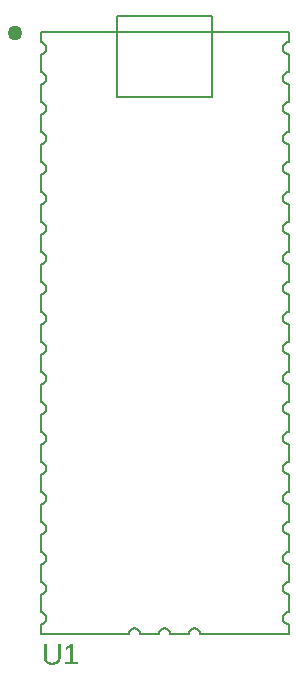
<source format=gbr>
G04 EAGLE Gerber RS-274X export*
G75*
%MOMM*%
%FSLAX34Y34*%
%LPD*%
%INSilkscreen Top*%
%IPPOS*%
%AMOC8*
5,1,8,0,0,1.08239X$1,22.5*%
G01*
G04 Define Apertures*
%ADD10C,0.152400*%
%ADD11C,1.270000*%
%ADD12C,0.127000*%
G36*
X57888Y459125D02*
X57366Y459137D01*
X56861Y459173D01*
X56372Y459233D01*
X55901Y459318D01*
X55446Y459427D01*
X55008Y459559D01*
X54587Y459716D01*
X54183Y459898D01*
X53798Y460102D01*
X53436Y460328D01*
X53096Y460576D01*
X52778Y460845D01*
X52483Y461137D01*
X52209Y461450D01*
X51958Y461785D01*
X51729Y462143D01*
X51525Y462519D01*
X51348Y462914D01*
X51199Y463326D01*
X51076Y463756D01*
X50981Y464203D01*
X50913Y464668D01*
X50872Y465151D01*
X50858Y465651D01*
X50858Y476656D01*
X53202Y476656D01*
X53202Y465848D01*
X53220Y465273D01*
X53277Y464735D01*
X53371Y464232D01*
X53502Y463765D01*
X53671Y463334D01*
X53878Y462938D01*
X54122Y462578D01*
X54404Y462253D01*
X54721Y461965D01*
X55072Y461716D01*
X55456Y461505D01*
X55873Y461333D01*
X56324Y461199D01*
X56808Y461103D01*
X57325Y461045D01*
X57876Y461026D01*
X58442Y461046D01*
X58976Y461106D01*
X59478Y461205D01*
X59947Y461344D01*
X60384Y461522D01*
X60789Y461740D01*
X61161Y461998D01*
X61501Y462296D01*
X61804Y462632D01*
X62067Y463004D01*
X62290Y463413D01*
X62472Y463859D01*
X62613Y464341D01*
X62714Y464860D01*
X62775Y465415D01*
X62795Y466007D01*
X62795Y476656D01*
X65126Y476656D01*
X65126Y465872D01*
X65112Y465357D01*
X65071Y464859D01*
X65001Y464380D01*
X64904Y463918D01*
X64779Y463475D01*
X64626Y463050D01*
X64445Y462642D01*
X64237Y462253D01*
X64003Y461884D01*
X63746Y461537D01*
X63466Y461213D01*
X63163Y460911D01*
X62837Y460632D01*
X62488Y460375D01*
X62117Y460140D01*
X61722Y459928D01*
X61306Y459740D01*
X60873Y459577D01*
X60421Y459439D01*
X59951Y459326D01*
X59462Y459238D01*
X58956Y459175D01*
X58431Y459137D01*
X57888Y459125D01*
G37*
G36*
X79823Y459370D02*
X68990Y459370D01*
X68990Y461247D01*
X73394Y461247D01*
X73394Y474546D01*
X69493Y471761D01*
X69493Y473846D01*
X73578Y476656D01*
X75615Y476656D01*
X75615Y461247D01*
X79823Y461247D01*
X79823Y459370D01*
G37*
D10*
X48060Y995040D02*
X258060Y995040D01*
D11*
X26060Y994040D03*
D12*
X113060Y1008040D02*
X193060Y1008040D01*
X193060Y940040D01*
X113060Y940040D01*
X113060Y1008040D01*
D10*
X258060Y493740D02*
X258060Y485040D01*
X258060Y503740D02*
X258060Y519140D01*
X258060Y529140D02*
X258060Y544540D01*
X258060Y554540D02*
X258060Y569940D01*
X258060Y579940D02*
X258060Y595340D01*
X258060Y605340D02*
X258060Y620740D01*
X258060Y630740D02*
X258060Y646140D01*
X258060Y656140D02*
X258060Y671540D01*
X258060Y681540D02*
X258060Y696940D01*
X258060Y706940D02*
X258060Y722340D01*
X258060Y732340D02*
X258060Y747740D01*
X258060Y757740D02*
X258060Y773140D01*
X258060Y783140D02*
X258060Y798540D01*
X258060Y808540D02*
X258060Y823940D01*
X258060Y833940D02*
X258060Y849340D01*
X258060Y859340D02*
X258060Y874740D01*
X258060Y884740D02*
X258060Y900140D01*
X258060Y910140D02*
X258060Y925540D01*
X258060Y935540D02*
X258060Y950940D01*
X258060Y960940D02*
X258060Y976340D01*
X258060Y986340D02*
X258060Y995040D01*
X48060Y995040D02*
X48060Y986340D01*
X48060Y976340D02*
X48060Y960940D01*
X48060Y950940D02*
X48060Y935540D01*
X48060Y925540D02*
X48060Y910140D01*
X48060Y900140D02*
X48060Y884740D01*
X48060Y874740D02*
X48060Y859340D01*
X48060Y849340D02*
X48060Y833940D01*
X48060Y823940D02*
X48060Y808540D01*
X48060Y798540D02*
X48060Y783140D01*
X48060Y773140D02*
X48060Y757740D01*
X48060Y747740D02*
X48060Y732340D01*
X48060Y722340D02*
X48060Y706940D01*
X48060Y696940D02*
X48060Y681540D01*
X48060Y671540D02*
X48060Y656140D01*
X48060Y646140D02*
X48060Y630740D01*
X48060Y620740D02*
X48060Y605340D01*
X48060Y595340D02*
X48060Y579940D01*
X48060Y569940D02*
X48060Y554540D01*
X48060Y544540D02*
X48060Y529140D01*
X48060Y519140D02*
X48060Y503740D01*
X48060Y493740D02*
X48060Y485040D01*
X183460Y485040D02*
X258060Y485040D01*
X173460Y485040D02*
X158060Y485040D01*
X148060Y485040D02*
X132660Y485040D01*
X122660Y485040D02*
X48060Y485040D01*
D12*
X48060Y950940D02*
X48200Y950942D01*
X48340Y950948D01*
X48480Y950958D01*
X48620Y950971D01*
X48759Y950989D01*
X48898Y951011D01*
X49035Y951036D01*
X49173Y951065D01*
X49309Y951098D01*
X49444Y951135D01*
X49578Y951176D01*
X49711Y951221D01*
X49843Y951269D01*
X49973Y951321D01*
X50102Y951376D01*
X50229Y951435D01*
X50355Y951498D01*
X50479Y951564D01*
X50600Y951633D01*
X50720Y951706D01*
X50838Y951783D01*
X50953Y951862D01*
X51067Y951945D01*
X51177Y952031D01*
X51286Y952120D01*
X51392Y952212D01*
X51495Y952307D01*
X51596Y952404D01*
X51693Y952505D01*
X51788Y952608D01*
X51880Y952714D01*
X51969Y952823D01*
X52055Y952933D01*
X52138Y953047D01*
X52217Y953162D01*
X52294Y953280D01*
X52367Y953400D01*
X52436Y953521D01*
X52502Y953645D01*
X52565Y953771D01*
X52624Y953898D01*
X52679Y954027D01*
X52731Y954157D01*
X52779Y954289D01*
X52824Y954422D01*
X52865Y954556D01*
X52902Y954691D01*
X52935Y954827D01*
X52964Y954965D01*
X52989Y955102D01*
X53011Y955241D01*
X53029Y955380D01*
X53042Y955520D01*
X53052Y955660D01*
X53058Y955800D01*
X53060Y955940D01*
X53058Y956080D01*
X53052Y956220D01*
X53042Y956360D01*
X53029Y956500D01*
X53011Y956639D01*
X52989Y956778D01*
X52964Y956915D01*
X52935Y957053D01*
X52902Y957189D01*
X52865Y957324D01*
X52824Y957458D01*
X52779Y957591D01*
X52731Y957723D01*
X52679Y957853D01*
X52624Y957982D01*
X52565Y958109D01*
X52502Y958235D01*
X52436Y958359D01*
X52367Y958480D01*
X52294Y958600D01*
X52217Y958718D01*
X52138Y958833D01*
X52055Y958947D01*
X51969Y959057D01*
X51880Y959166D01*
X51788Y959272D01*
X51693Y959375D01*
X51596Y959476D01*
X51495Y959573D01*
X51392Y959668D01*
X51286Y959760D01*
X51177Y959849D01*
X51067Y959935D01*
X50953Y960018D01*
X50838Y960097D01*
X50720Y960174D01*
X50600Y960247D01*
X50479Y960316D01*
X50355Y960382D01*
X50229Y960445D01*
X50102Y960504D01*
X49973Y960559D01*
X49843Y960611D01*
X49711Y960659D01*
X49578Y960704D01*
X49444Y960745D01*
X49309Y960782D01*
X49173Y960815D01*
X49035Y960844D01*
X48898Y960869D01*
X48759Y960891D01*
X48620Y960909D01*
X48480Y960922D01*
X48340Y960932D01*
X48200Y960938D01*
X48060Y960940D01*
X48060Y976340D02*
X48200Y976342D01*
X48340Y976348D01*
X48480Y976358D01*
X48620Y976371D01*
X48759Y976389D01*
X48898Y976411D01*
X49035Y976436D01*
X49173Y976465D01*
X49309Y976498D01*
X49444Y976535D01*
X49578Y976576D01*
X49711Y976621D01*
X49843Y976669D01*
X49973Y976721D01*
X50102Y976776D01*
X50229Y976835D01*
X50355Y976898D01*
X50479Y976964D01*
X50600Y977033D01*
X50720Y977106D01*
X50838Y977183D01*
X50953Y977262D01*
X51067Y977345D01*
X51177Y977431D01*
X51286Y977520D01*
X51392Y977612D01*
X51495Y977707D01*
X51596Y977804D01*
X51693Y977905D01*
X51788Y978008D01*
X51880Y978114D01*
X51969Y978223D01*
X52055Y978333D01*
X52138Y978447D01*
X52217Y978562D01*
X52294Y978680D01*
X52367Y978800D01*
X52436Y978921D01*
X52502Y979045D01*
X52565Y979171D01*
X52624Y979298D01*
X52679Y979427D01*
X52731Y979557D01*
X52779Y979689D01*
X52824Y979822D01*
X52865Y979956D01*
X52902Y980091D01*
X52935Y980227D01*
X52964Y980365D01*
X52989Y980502D01*
X53011Y980641D01*
X53029Y980780D01*
X53042Y980920D01*
X53052Y981060D01*
X53058Y981200D01*
X53060Y981340D01*
X53058Y981480D01*
X53052Y981620D01*
X53042Y981760D01*
X53029Y981900D01*
X53011Y982039D01*
X52989Y982178D01*
X52964Y982315D01*
X52935Y982453D01*
X52902Y982589D01*
X52865Y982724D01*
X52824Y982858D01*
X52779Y982991D01*
X52731Y983123D01*
X52679Y983253D01*
X52624Y983382D01*
X52565Y983509D01*
X52502Y983635D01*
X52436Y983759D01*
X52367Y983880D01*
X52294Y984000D01*
X52217Y984118D01*
X52138Y984233D01*
X52055Y984347D01*
X51969Y984457D01*
X51880Y984566D01*
X51788Y984672D01*
X51693Y984775D01*
X51596Y984876D01*
X51495Y984973D01*
X51392Y985068D01*
X51286Y985160D01*
X51177Y985249D01*
X51067Y985335D01*
X50953Y985418D01*
X50838Y985497D01*
X50720Y985574D01*
X50600Y985647D01*
X50479Y985716D01*
X50355Y985782D01*
X50229Y985845D01*
X50102Y985904D01*
X49973Y985959D01*
X49843Y986011D01*
X49711Y986059D01*
X49578Y986104D01*
X49444Y986145D01*
X49309Y986182D01*
X49173Y986215D01*
X49035Y986244D01*
X48898Y986269D01*
X48759Y986291D01*
X48620Y986309D01*
X48480Y986322D01*
X48340Y986332D01*
X48200Y986338D01*
X48060Y986340D01*
X48060Y935540D02*
X48200Y935538D01*
X48340Y935532D01*
X48480Y935522D01*
X48620Y935509D01*
X48759Y935491D01*
X48898Y935469D01*
X49035Y935444D01*
X49173Y935415D01*
X49309Y935382D01*
X49444Y935345D01*
X49578Y935304D01*
X49711Y935259D01*
X49843Y935211D01*
X49973Y935159D01*
X50102Y935104D01*
X50229Y935045D01*
X50355Y934982D01*
X50479Y934916D01*
X50600Y934847D01*
X50720Y934774D01*
X50838Y934697D01*
X50953Y934618D01*
X51067Y934535D01*
X51177Y934449D01*
X51286Y934360D01*
X51392Y934268D01*
X51495Y934173D01*
X51596Y934076D01*
X51693Y933975D01*
X51788Y933872D01*
X51880Y933766D01*
X51969Y933657D01*
X52055Y933547D01*
X52138Y933433D01*
X52217Y933318D01*
X52294Y933200D01*
X52367Y933080D01*
X52436Y932959D01*
X52502Y932835D01*
X52565Y932709D01*
X52624Y932582D01*
X52679Y932453D01*
X52731Y932323D01*
X52779Y932191D01*
X52824Y932058D01*
X52865Y931924D01*
X52902Y931789D01*
X52935Y931653D01*
X52964Y931515D01*
X52989Y931378D01*
X53011Y931239D01*
X53029Y931100D01*
X53042Y930960D01*
X53052Y930820D01*
X53058Y930680D01*
X53060Y930540D01*
X53058Y930400D01*
X53052Y930260D01*
X53042Y930120D01*
X53029Y929980D01*
X53011Y929841D01*
X52989Y929702D01*
X52964Y929565D01*
X52935Y929427D01*
X52902Y929291D01*
X52865Y929156D01*
X52824Y929022D01*
X52779Y928889D01*
X52731Y928757D01*
X52679Y928627D01*
X52624Y928498D01*
X52565Y928371D01*
X52502Y928245D01*
X52436Y928121D01*
X52367Y928000D01*
X52294Y927880D01*
X52217Y927762D01*
X52138Y927647D01*
X52055Y927533D01*
X51969Y927423D01*
X51880Y927314D01*
X51788Y927208D01*
X51693Y927105D01*
X51596Y927004D01*
X51495Y926907D01*
X51392Y926812D01*
X51286Y926720D01*
X51177Y926631D01*
X51067Y926545D01*
X50953Y926462D01*
X50838Y926383D01*
X50720Y926306D01*
X50600Y926233D01*
X50479Y926164D01*
X50355Y926098D01*
X50229Y926035D01*
X50102Y925976D01*
X49973Y925921D01*
X49843Y925869D01*
X49711Y925821D01*
X49578Y925776D01*
X49444Y925735D01*
X49309Y925698D01*
X49173Y925665D01*
X49035Y925636D01*
X48898Y925611D01*
X48759Y925589D01*
X48620Y925571D01*
X48480Y925558D01*
X48340Y925548D01*
X48200Y925542D01*
X48060Y925540D01*
X48060Y910140D02*
X48200Y910138D01*
X48340Y910132D01*
X48480Y910122D01*
X48620Y910109D01*
X48759Y910091D01*
X48898Y910069D01*
X49035Y910044D01*
X49173Y910015D01*
X49309Y909982D01*
X49444Y909945D01*
X49578Y909904D01*
X49711Y909859D01*
X49843Y909811D01*
X49973Y909759D01*
X50102Y909704D01*
X50229Y909645D01*
X50355Y909582D01*
X50479Y909516D01*
X50600Y909447D01*
X50720Y909374D01*
X50838Y909297D01*
X50953Y909218D01*
X51067Y909135D01*
X51177Y909049D01*
X51286Y908960D01*
X51392Y908868D01*
X51495Y908773D01*
X51596Y908676D01*
X51693Y908575D01*
X51788Y908472D01*
X51880Y908366D01*
X51969Y908257D01*
X52055Y908147D01*
X52138Y908033D01*
X52217Y907918D01*
X52294Y907800D01*
X52367Y907680D01*
X52436Y907559D01*
X52502Y907435D01*
X52565Y907309D01*
X52624Y907182D01*
X52679Y907053D01*
X52731Y906923D01*
X52779Y906791D01*
X52824Y906658D01*
X52865Y906524D01*
X52902Y906389D01*
X52935Y906253D01*
X52964Y906115D01*
X52989Y905978D01*
X53011Y905839D01*
X53029Y905700D01*
X53042Y905560D01*
X53052Y905420D01*
X53058Y905280D01*
X53060Y905140D01*
X53058Y905000D01*
X53052Y904860D01*
X53042Y904720D01*
X53029Y904580D01*
X53011Y904441D01*
X52989Y904302D01*
X52964Y904165D01*
X52935Y904027D01*
X52902Y903891D01*
X52865Y903756D01*
X52824Y903622D01*
X52779Y903489D01*
X52731Y903357D01*
X52679Y903227D01*
X52624Y903098D01*
X52565Y902971D01*
X52502Y902845D01*
X52436Y902721D01*
X52367Y902600D01*
X52294Y902480D01*
X52217Y902362D01*
X52138Y902247D01*
X52055Y902133D01*
X51969Y902023D01*
X51880Y901914D01*
X51788Y901808D01*
X51693Y901705D01*
X51596Y901604D01*
X51495Y901507D01*
X51392Y901412D01*
X51286Y901320D01*
X51177Y901231D01*
X51067Y901145D01*
X50953Y901062D01*
X50838Y900983D01*
X50720Y900906D01*
X50600Y900833D01*
X50479Y900764D01*
X50355Y900698D01*
X50229Y900635D01*
X50102Y900576D01*
X49973Y900521D01*
X49843Y900469D01*
X49711Y900421D01*
X49578Y900376D01*
X49444Y900335D01*
X49309Y900298D01*
X49173Y900265D01*
X49035Y900236D01*
X48898Y900211D01*
X48759Y900189D01*
X48620Y900171D01*
X48480Y900158D01*
X48340Y900148D01*
X48200Y900142D01*
X48060Y900140D01*
X48060Y884740D02*
X48200Y884738D01*
X48340Y884732D01*
X48480Y884722D01*
X48620Y884709D01*
X48759Y884691D01*
X48898Y884669D01*
X49035Y884644D01*
X49173Y884615D01*
X49309Y884582D01*
X49444Y884545D01*
X49578Y884504D01*
X49711Y884459D01*
X49843Y884411D01*
X49973Y884359D01*
X50102Y884304D01*
X50229Y884245D01*
X50355Y884182D01*
X50479Y884116D01*
X50600Y884047D01*
X50720Y883974D01*
X50838Y883897D01*
X50953Y883818D01*
X51067Y883735D01*
X51177Y883649D01*
X51286Y883560D01*
X51392Y883468D01*
X51495Y883373D01*
X51596Y883276D01*
X51693Y883175D01*
X51788Y883072D01*
X51880Y882966D01*
X51969Y882857D01*
X52055Y882747D01*
X52138Y882633D01*
X52217Y882518D01*
X52294Y882400D01*
X52367Y882280D01*
X52436Y882159D01*
X52502Y882035D01*
X52565Y881909D01*
X52624Y881782D01*
X52679Y881653D01*
X52731Y881523D01*
X52779Y881391D01*
X52824Y881258D01*
X52865Y881124D01*
X52902Y880989D01*
X52935Y880853D01*
X52964Y880715D01*
X52989Y880578D01*
X53011Y880439D01*
X53029Y880300D01*
X53042Y880160D01*
X53052Y880020D01*
X53058Y879880D01*
X53060Y879740D01*
X53058Y879600D01*
X53052Y879460D01*
X53042Y879320D01*
X53029Y879180D01*
X53011Y879041D01*
X52989Y878902D01*
X52964Y878765D01*
X52935Y878627D01*
X52902Y878491D01*
X52865Y878356D01*
X52824Y878222D01*
X52779Y878089D01*
X52731Y877957D01*
X52679Y877827D01*
X52624Y877698D01*
X52565Y877571D01*
X52502Y877445D01*
X52436Y877321D01*
X52367Y877200D01*
X52294Y877080D01*
X52217Y876962D01*
X52138Y876847D01*
X52055Y876733D01*
X51969Y876623D01*
X51880Y876514D01*
X51788Y876408D01*
X51693Y876305D01*
X51596Y876204D01*
X51495Y876107D01*
X51392Y876012D01*
X51286Y875920D01*
X51177Y875831D01*
X51067Y875745D01*
X50953Y875662D01*
X50838Y875583D01*
X50720Y875506D01*
X50600Y875433D01*
X50479Y875364D01*
X50355Y875298D01*
X50229Y875235D01*
X50102Y875176D01*
X49973Y875121D01*
X49843Y875069D01*
X49711Y875021D01*
X49578Y874976D01*
X49444Y874935D01*
X49309Y874898D01*
X49173Y874865D01*
X49035Y874836D01*
X48898Y874811D01*
X48759Y874789D01*
X48620Y874771D01*
X48480Y874758D01*
X48340Y874748D01*
X48200Y874742D01*
X48060Y874740D01*
X48060Y859340D02*
X48200Y859338D01*
X48340Y859332D01*
X48480Y859322D01*
X48620Y859309D01*
X48759Y859291D01*
X48898Y859269D01*
X49035Y859244D01*
X49173Y859215D01*
X49309Y859182D01*
X49444Y859145D01*
X49578Y859104D01*
X49711Y859059D01*
X49843Y859011D01*
X49973Y858959D01*
X50102Y858904D01*
X50229Y858845D01*
X50355Y858782D01*
X50479Y858716D01*
X50600Y858647D01*
X50720Y858574D01*
X50838Y858497D01*
X50953Y858418D01*
X51067Y858335D01*
X51177Y858249D01*
X51286Y858160D01*
X51392Y858068D01*
X51495Y857973D01*
X51596Y857876D01*
X51693Y857775D01*
X51788Y857672D01*
X51880Y857566D01*
X51969Y857457D01*
X52055Y857347D01*
X52138Y857233D01*
X52217Y857118D01*
X52294Y857000D01*
X52367Y856880D01*
X52436Y856759D01*
X52502Y856635D01*
X52565Y856509D01*
X52624Y856382D01*
X52679Y856253D01*
X52731Y856123D01*
X52779Y855991D01*
X52824Y855858D01*
X52865Y855724D01*
X52902Y855589D01*
X52935Y855453D01*
X52964Y855315D01*
X52989Y855178D01*
X53011Y855039D01*
X53029Y854900D01*
X53042Y854760D01*
X53052Y854620D01*
X53058Y854480D01*
X53060Y854340D01*
X53058Y854200D01*
X53052Y854060D01*
X53042Y853920D01*
X53029Y853780D01*
X53011Y853641D01*
X52989Y853502D01*
X52964Y853365D01*
X52935Y853227D01*
X52902Y853091D01*
X52865Y852956D01*
X52824Y852822D01*
X52779Y852689D01*
X52731Y852557D01*
X52679Y852427D01*
X52624Y852298D01*
X52565Y852171D01*
X52502Y852045D01*
X52436Y851921D01*
X52367Y851800D01*
X52294Y851680D01*
X52217Y851562D01*
X52138Y851447D01*
X52055Y851333D01*
X51969Y851223D01*
X51880Y851114D01*
X51788Y851008D01*
X51693Y850905D01*
X51596Y850804D01*
X51495Y850707D01*
X51392Y850612D01*
X51286Y850520D01*
X51177Y850431D01*
X51067Y850345D01*
X50953Y850262D01*
X50838Y850183D01*
X50720Y850106D01*
X50600Y850033D01*
X50479Y849964D01*
X50355Y849898D01*
X50229Y849835D01*
X50102Y849776D01*
X49973Y849721D01*
X49843Y849669D01*
X49711Y849621D01*
X49578Y849576D01*
X49444Y849535D01*
X49309Y849498D01*
X49173Y849465D01*
X49035Y849436D01*
X48898Y849411D01*
X48759Y849389D01*
X48620Y849371D01*
X48480Y849358D01*
X48340Y849348D01*
X48200Y849342D01*
X48060Y849340D01*
X48060Y833940D02*
X48200Y833938D01*
X48340Y833932D01*
X48480Y833922D01*
X48620Y833909D01*
X48759Y833891D01*
X48898Y833869D01*
X49035Y833844D01*
X49173Y833815D01*
X49309Y833782D01*
X49444Y833745D01*
X49578Y833704D01*
X49711Y833659D01*
X49843Y833611D01*
X49973Y833559D01*
X50102Y833504D01*
X50229Y833445D01*
X50355Y833382D01*
X50479Y833316D01*
X50600Y833247D01*
X50720Y833174D01*
X50838Y833097D01*
X50953Y833018D01*
X51067Y832935D01*
X51177Y832849D01*
X51286Y832760D01*
X51392Y832668D01*
X51495Y832573D01*
X51596Y832476D01*
X51693Y832375D01*
X51788Y832272D01*
X51880Y832166D01*
X51969Y832057D01*
X52055Y831947D01*
X52138Y831833D01*
X52217Y831718D01*
X52294Y831600D01*
X52367Y831480D01*
X52436Y831359D01*
X52502Y831235D01*
X52565Y831109D01*
X52624Y830982D01*
X52679Y830853D01*
X52731Y830723D01*
X52779Y830591D01*
X52824Y830458D01*
X52865Y830324D01*
X52902Y830189D01*
X52935Y830053D01*
X52964Y829915D01*
X52989Y829778D01*
X53011Y829639D01*
X53029Y829500D01*
X53042Y829360D01*
X53052Y829220D01*
X53058Y829080D01*
X53060Y828940D01*
X53058Y828800D01*
X53052Y828660D01*
X53042Y828520D01*
X53029Y828380D01*
X53011Y828241D01*
X52989Y828102D01*
X52964Y827965D01*
X52935Y827827D01*
X52902Y827691D01*
X52865Y827556D01*
X52824Y827422D01*
X52779Y827289D01*
X52731Y827157D01*
X52679Y827027D01*
X52624Y826898D01*
X52565Y826771D01*
X52502Y826645D01*
X52436Y826521D01*
X52367Y826400D01*
X52294Y826280D01*
X52217Y826162D01*
X52138Y826047D01*
X52055Y825933D01*
X51969Y825823D01*
X51880Y825714D01*
X51788Y825608D01*
X51693Y825505D01*
X51596Y825404D01*
X51495Y825307D01*
X51392Y825212D01*
X51286Y825120D01*
X51177Y825031D01*
X51067Y824945D01*
X50953Y824862D01*
X50838Y824783D01*
X50720Y824706D01*
X50600Y824633D01*
X50479Y824564D01*
X50355Y824498D01*
X50229Y824435D01*
X50102Y824376D01*
X49973Y824321D01*
X49843Y824269D01*
X49711Y824221D01*
X49578Y824176D01*
X49444Y824135D01*
X49309Y824098D01*
X49173Y824065D01*
X49035Y824036D01*
X48898Y824011D01*
X48759Y823989D01*
X48620Y823971D01*
X48480Y823958D01*
X48340Y823948D01*
X48200Y823942D01*
X48060Y823940D01*
X48060Y808540D02*
X48200Y808538D01*
X48340Y808532D01*
X48480Y808522D01*
X48620Y808509D01*
X48759Y808491D01*
X48898Y808469D01*
X49035Y808444D01*
X49173Y808415D01*
X49309Y808382D01*
X49444Y808345D01*
X49578Y808304D01*
X49711Y808259D01*
X49843Y808211D01*
X49973Y808159D01*
X50102Y808104D01*
X50229Y808045D01*
X50355Y807982D01*
X50479Y807916D01*
X50600Y807847D01*
X50720Y807774D01*
X50838Y807697D01*
X50953Y807618D01*
X51067Y807535D01*
X51177Y807449D01*
X51286Y807360D01*
X51392Y807268D01*
X51495Y807173D01*
X51596Y807076D01*
X51693Y806975D01*
X51788Y806872D01*
X51880Y806766D01*
X51969Y806657D01*
X52055Y806547D01*
X52138Y806433D01*
X52217Y806318D01*
X52294Y806200D01*
X52367Y806080D01*
X52436Y805959D01*
X52502Y805835D01*
X52565Y805709D01*
X52624Y805582D01*
X52679Y805453D01*
X52731Y805323D01*
X52779Y805191D01*
X52824Y805058D01*
X52865Y804924D01*
X52902Y804789D01*
X52935Y804653D01*
X52964Y804515D01*
X52989Y804378D01*
X53011Y804239D01*
X53029Y804100D01*
X53042Y803960D01*
X53052Y803820D01*
X53058Y803680D01*
X53060Y803540D01*
X53058Y803400D01*
X53052Y803260D01*
X53042Y803120D01*
X53029Y802980D01*
X53011Y802841D01*
X52989Y802702D01*
X52964Y802565D01*
X52935Y802427D01*
X52902Y802291D01*
X52865Y802156D01*
X52824Y802022D01*
X52779Y801889D01*
X52731Y801757D01*
X52679Y801627D01*
X52624Y801498D01*
X52565Y801371D01*
X52502Y801245D01*
X52436Y801121D01*
X52367Y801000D01*
X52294Y800880D01*
X52217Y800762D01*
X52138Y800647D01*
X52055Y800533D01*
X51969Y800423D01*
X51880Y800314D01*
X51788Y800208D01*
X51693Y800105D01*
X51596Y800004D01*
X51495Y799907D01*
X51392Y799812D01*
X51286Y799720D01*
X51177Y799631D01*
X51067Y799545D01*
X50953Y799462D01*
X50838Y799383D01*
X50720Y799306D01*
X50600Y799233D01*
X50479Y799164D01*
X50355Y799098D01*
X50229Y799035D01*
X50102Y798976D01*
X49973Y798921D01*
X49843Y798869D01*
X49711Y798821D01*
X49578Y798776D01*
X49444Y798735D01*
X49309Y798698D01*
X49173Y798665D01*
X49035Y798636D01*
X48898Y798611D01*
X48759Y798589D01*
X48620Y798571D01*
X48480Y798558D01*
X48340Y798548D01*
X48200Y798542D01*
X48060Y798540D01*
X48060Y783140D02*
X48200Y783138D01*
X48340Y783132D01*
X48480Y783122D01*
X48620Y783109D01*
X48759Y783091D01*
X48898Y783069D01*
X49035Y783044D01*
X49173Y783015D01*
X49309Y782982D01*
X49444Y782945D01*
X49578Y782904D01*
X49711Y782859D01*
X49843Y782811D01*
X49973Y782759D01*
X50102Y782704D01*
X50229Y782645D01*
X50355Y782582D01*
X50479Y782516D01*
X50600Y782447D01*
X50720Y782374D01*
X50838Y782297D01*
X50953Y782218D01*
X51067Y782135D01*
X51177Y782049D01*
X51286Y781960D01*
X51392Y781868D01*
X51495Y781773D01*
X51596Y781676D01*
X51693Y781575D01*
X51788Y781472D01*
X51880Y781366D01*
X51969Y781257D01*
X52055Y781147D01*
X52138Y781033D01*
X52217Y780918D01*
X52294Y780800D01*
X52367Y780680D01*
X52436Y780559D01*
X52502Y780435D01*
X52565Y780309D01*
X52624Y780182D01*
X52679Y780053D01*
X52731Y779923D01*
X52779Y779791D01*
X52824Y779658D01*
X52865Y779524D01*
X52902Y779389D01*
X52935Y779253D01*
X52964Y779115D01*
X52989Y778978D01*
X53011Y778839D01*
X53029Y778700D01*
X53042Y778560D01*
X53052Y778420D01*
X53058Y778280D01*
X53060Y778140D01*
X53058Y778000D01*
X53052Y777860D01*
X53042Y777720D01*
X53029Y777580D01*
X53011Y777441D01*
X52989Y777302D01*
X52964Y777165D01*
X52935Y777027D01*
X52902Y776891D01*
X52865Y776756D01*
X52824Y776622D01*
X52779Y776489D01*
X52731Y776357D01*
X52679Y776227D01*
X52624Y776098D01*
X52565Y775971D01*
X52502Y775845D01*
X52436Y775721D01*
X52367Y775600D01*
X52294Y775480D01*
X52217Y775362D01*
X52138Y775247D01*
X52055Y775133D01*
X51969Y775023D01*
X51880Y774914D01*
X51788Y774808D01*
X51693Y774705D01*
X51596Y774604D01*
X51495Y774507D01*
X51392Y774412D01*
X51286Y774320D01*
X51177Y774231D01*
X51067Y774145D01*
X50953Y774062D01*
X50838Y773983D01*
X50720Y773906D01*
X50600Y773833D01*
X50479Y773764D01*
X50355Y773698D01*
X50229Y773635D01*
X50102Y773576D01*
X49973Y773521D01*
X49843Y773469D01*
X49711Y773421D01*
X49578Y773376D01*
X49444Y773335D01*
X49309Y773298D01*
X49173Y773265D01*
X49035Y773236D01*
X48898Y773211D01*
X48759Y773189D01*
X48620Y773171D01*
X48480Y773158D01*
X48340Y773148D01*
X48200Y773142D01*
X48060Y773140D01*
X48060Y757740D02*
X48200Y757738D01*
X48340Y757732D01*
X48480Y757722D01*
X48620Y757709D01*
X48759Y757691D01*
X48898Y757669D01*
X49035Y757644D01*
X49173Y757615D01*
X49309Y757582D01*
X49444Y757545D01*
X49578Y757504D01*
X49711Y757459D01*
X49843Y757411D01*
X49973Y757359D01*
X50102Y757304D01*
X50229Y757245D01*
X50355Y757182D01*
X50479Y757116D01*
X50600Y757047D01*
X50720Y756974D01*
X50838Y756897D01*
X50953Y756818D01*
X51067Y756735D01*
X51177Y756649D01*
X51286Y756560D01*
X51392Y756468D01*
X51495Y756373D01*
X51596Y756276D01*
X51693Y756175D01*
X51788Y756072D01*
X51880Y755966D01*
X51969Y755857D01*
X52055Y755747D01*
X52138Y755633D01*
X52217Y755518D01*
X52294Y755400D01*
X52367Y755280D01*
X52436Y755159D01*
X52502Y755035D01*
X52565Y754909D01*
X52624Y754782D01*
X52679Y754653D01*
X52731Y754523D01*
X52779Y754391D01*
X52824Y754258D01*
X52865Y754124D01*
X52902Y753989D01*
X52935Y753853D01*
X52964Y753715D01*
X52989Y753578D01*
X53011Y753439D01*
X53029Y753300D01*
X53042Y753160D01*
X53052Y753020D01*
X53058Y752880D01*
X53060Y752740D01*
X53058Y752600D01*
X53052Y752460D01*
X53042Y752320D01*
X53029Y752180D01*
X53011Y752041D01*
X52989Y751902D01*
X52964Y751765D01*
X52935Y751627D01*
X52902Y751491D01*
X52865Y751356D01*
X52824Y751222D01*
X52779Y751089D01*
X52731Y750957D01*
X52679Y750827D01*
X52624Y750698D01*
X52565Y750571D01*
X52502Y750445D01*
X52436Y750321D01*
X52367Y750200D01*
X52294Y750080D01*
X52217Y749962D01*
X52138Y749847D01*
X52055Y749733D01*
X51969Y749623D01*
X51880Y749514D01*
X51788Y749408D01*
X51693Y749305D01*
X51596Y749204D01*
X51495Y749107D01*
X51392Y749012D01*
X51286Y748920D01*
X51177Y748831D01*
X51067Y748745D01*
X50953Y748662D01*
X50838Y748583D01*
X50720Y748506D01*
X50600Y748433D01*
X50479Y748364D01*
X50355Y748298D01*
X50229Y748235D01*
X50102Y748176D01*
X49973Y748121D01*
X49843Y748069D01*
X49711Y748021D01*
X49578Y747976D01*
X49444Y747935D01*
X49309Y747898D01*
X49173Y747865D01*
X49035Y747836D01*
X48898Y747811D01*
X48759Y747789D01*
X48620Y747771D01*
X48480Y747758D01*
X48340Y747748D01*
X48200Y747742D01*
X48060Y747740D01*
X48060Y732340D02*
X48200Y732338D01*
X48340Y732332D01*
X48480Y732322D01*
X48620Y732309D01*
X48759Y732291D01*
X48898Y732269D01*
X49035Y732244D01*
X49173Y732215D01*
X49309Y732182D01*
X49444Y732145D01*
X49578Y732104D01*
X49711Y732059D01*
X49843Y732011D01*
X49973Y731959D01*
X50102Y731904D01*
X50229Y731845D01*
X50355Y731782D01*
X50479Y731716D01*
X50600Y731647D01*
X50720Y731574D01*
X50838Y731497D01*
X50953Y731418D01*
X51067Y731335D01*
X51177Y731249D01*
X51286Y731160D01*
X51392Y731068D01*
X51495Y730973D01*
X51596Y730876D01*
X51693Y730775D01*
X51788Y730672D01*
X51880Y730566D01*
X51969Y730457D01*
X52055Y730347D01*
X52138Y730233D01*
X52217Y730118D01*
X52294Y730000D01*
X52367Y729880D01*
X52436Y729759D01*
X52502Y729635D01*
X52565Y729509D01*
X52624Y729382D01*
X52679Y729253D01*
X52731Y729123D01*
X52779Y728991D01*
X52824Y728858D01*
X52865Y728724D01*
X52902Y728589D01*
X52935Y728453D01*
X52964Y728315D01*
X52989Y728178D01*
X53011Y728039D01*
X53029Y727900D01*
X53042Y727760D01*
X53052Y727620D01*
X53058Y727480D01*
X53060Y727340D01*
X53058Y727200D01*
X53052Y727060D01*
X53042Y726920D01*
X53029Y726780D01*
X53011Y726641D01*
X52989Y726502D01*
X52964Y726365D01*
X52935Y726227D01*
X52902Y726091D01*
X52865Y725956D01*
X52824Y725822D01*
X52779Y725689D01*
X52731Y725557D01*
X52679Y725427D01*
X52624Y725298D01*
X52565Y725171D01*
X52502Y725045D01*
X52436Y724921D01*
X52367Y724800D01*
X52294Y724680D01*
X52217Y724562D01*
X52138Y724447D01*
X52055Y724333D01*
X51969Y724223D01*
X51880Y724114D01*
X51788Y724008D01*
X51693Y723905D01*
X51596Y723804D01*
X51495Y723707D01*
X51392Y723612D01*
X51286Y723520D01*
X51177Y723431D01*
X51067Y723345D01*
X50953Y723262D01*
X50838Y723183D01*
X50720Y723106D01*
X50600Y723033D01*
X50479Y722964D01*
X50355Y722898D01*
X50229Y722835D01*
X50102Y722776D01*
X49973Y722721D01*
X49843Y722669D01*
X49711Y722621D01*
X49578Y722576D01*
X49444Y722535D01*
X49309Y722498D01*
X49173Y722465D01*
X49035Y722436D01*
X48898Y722411D01*
X48759Y722389D01*
X48620Y722371D01*
X48480Y722358D01*
X48340Y722348D01*
X48200Y722342D01*
X48060Y722340D01*
X48060Y706940D02*
X48200Y706938D01*
X48340Y706932D01*
X48480Y706922D01*
X48620Y706909D01*
X48759Y706891D01*
X48898Y706869D01*
X49035Y706844D01*
X49173Y706815D01*
X49309Y706782D01*
X49444Y706745D01*
X49578Y706704D01*
X49711Y706659D01*
X49843Y706611D01*
X49973Y706559D01*
X50102Y706504D01*
X50229Y706445D01*
X50355Y706382D01*
X50479Y706316D01*
X50600Y706247D01*
X50720Y706174D01*
X50838Y706097D01*
X50953Y706018D01*
X51067Y705935D01*
X51177Y705849D01*
X51286Y705760D01*
X51392Y705668D01*
X51495Y705573D01*
X51596Y705476D01*
X51693Y705375D01*
X51788Y705272D01*
X51880Y705166D01*
X51969Y705057D01*
X52055Y704947D01*
X52138Y704833D01*
X52217Y704718D01*
X52294Y704600D01*
X52367Y704480D01*
X52436Y704359D01*
X52502Y704235D01*
X52565Y704109D01*
X52624Y703982D01*
X52679Y703853D01*
X52731Y703723D01*
X52779Y703591D01*
X52824Y703458D01*
X52865Y703324D01*
X52902Y703189D01*
X52935Y703053D01*
X52964Y702915D01*
X52989Y702778D01*
X53011Y702639D01*
X53029Y702500D01*
X53042Y702360D01*
X53052Y702220D01*
X53058Y702080D01*
X53060Y701940D01*
X53058Y701800D01*
X53052Y701660D01*
X53042Y701520D01*
X53029Y701380D01*
X53011Y701241D01*
X52989Y701102D01*
X52964Y700965D01*
X52935Y700827D01*
X52902Y700691D01*
X52865Y700556D01*
X52824Y700422D01*
X52779Y700289D01*
X52731Y700157D01*
X52679Y700027D01*
X52624Y699898D01*
X52565Y699771D01*
X52502Y699645D01*
X52436Y699521D01*
X52367Y699400D01*
X52294Y699280D01*
X52217Y699162D01*
X52138Y699047D01*
X52055Y698933D01*
X51969Y698823D01*
X51880Y698714D01*
X51788Y698608D01*
X51693Y698505D01*
X51596Y698404D01*
X51495Y698307D01*
X51392Y698212D01*
X51286Y698120D01*
X51177Y698031D01*
X51067Y697945D01*
X50953Y697862D01*
X50838Y697783D01*
X50720Y697706D01*
X50600Y697633D01*
X50479Y697564D01*
X50355Y697498D01*
X50229Y697435D01*
X50102Y697376D01*
X49973Y697321D01*
X49843Y697269D01*
X49711Y697221D01*
X49578Y697176D01*
X49444Y697135D01*
X49309Y697098D01*
X49173Y697065D01*
X49035Y697036D01*
X48898Y697011D01*
X48759Y696989D01*
X48620Y696971D01*
X48480Y696958D01*
X48340Y696948D01*
X48200Y696942D01*
X48060Y696940D01*
X48060Y681540D02*
X48200Y681538D01*
X48340Y681532D01*
X48480Y681522D01*
X48620Y681509D01*
X48759Y681491D01*
X48898Y681469D01*
X49035Y681444D01*
X49173Y681415D01*
X49309Y681382D01*
X49444Y681345D01*
X49578Y681304D01*
X49711Y681259D01*
X49843Y681211D01*
X49973Y681159D01*
X50102Y681104D01*
X50229Y681045D01*
X50355Y680982D01*
X50479Y680916D01*
X50600Y680847D01*
X50720Y680774D01*
X50838Y680697D01*
X50953Y680618D01*
X51067Y680535D01*
X51177Y680449D01*
X51286Y680360D01*
X51392Y680268D01*
X51495Y680173D01*
X51596Y680076D01*
X51693Y679975D01*
X51788Y679872D01*
X51880Y679766D01*
X51969Y679657D01*
X52055Y679547D01*
X52138Y679433D01*
X52217Y679318D01*
X52294Y679200D01*
X52367Y679080D01*
X52436Y678959D01*
X52502Y678835D01*
X52565Y678709D01*
X52624Y678582D01*
X52679Y678453D01*
X52731Y678323D01*
X52779Y678191D01*
X52824Y678058D01*
X52865Y677924D01*
X52902Y677789D01*
X52935Y677653D01*
X52964Y677515D01*
X52989Y677378D01*
X53011Y677239D01*
X53029Y677100D01*
X53042Y676960D01*
X53052Y676820D01*
X53058Y676680D01*
X53060Y676540D01*
X53058Y676400D01*
X53052Y676260D01*
X53042Y676120D01*
X53029Y675980D01*
X53011Y675841D01*
X52989Y675702D01*
X52964Y675565D01*
X52935Y675427D01*
X52902Y675291D01*
X52865Y675156D01*
X52824Y675022D01*
X52779Y674889D01*
X52731Y674757D01*
X52679Y674627D01*
X52624Y674498D01*
X52565Y674371D01*
X52502Y674245D01*
X52436Y674121D01*
X52367Y674000D01*
X52294Y673880D01*
X52217Y673762D01*
X52138Y673647D01*
X52055Y673533D01*
X51969Y673423D01*
X51880Y673314D01*
X51788Y673208D01*
X51693Y673105D01*
X51596Y673004D01*
X51495Y672907D01*
X51392Y672812D01*
X51286Y672720D01*
X51177Y672631D01*
X51067Y672545D01*
X50953Y672462D01*
X50838Y672383D01*
X50720Y672306D01*
X50600Y672233D01*
X50479Y672164D01*
X50355Y672098D01*
X50229Y672035D01*
X50102Y671976D01*
X49973Y671921D01*
X49843Y671869D01*
X49711Y671821D01*
X49578Y671776D01*
X49444Y671735D01*
X49309Y671698D01*
X49173Y671665D01*
X49035Y671636D01*
X48898Y671611D01*
X48759Y671589D01*
X48620Y671571D01*
X48480Y671558D01*
X48340Y671548D01*
X48200Y671542D01*
X48060Y671540D01*
X48060Y656140D02*
X48200Y656138D01*
X48340Y656132D01*
X48480Y656122D01*
X48620Y656109D01*
X48759Y656091D01*
X48898Y656069D01*
X49035Y656044D01*
X49173Y656015D01*
X49309Y655982D01*
X49444Y655945D01*
X49578Y655904D01*
X49711Y655859D01*
X49843Y655811D01*
X49973Y655759D01*
X50102Y655704D01*
X50229Y655645D01*
X50355Y655582D01*
X50479Y655516D01*
X50600Y655447D01*
X50720Y655374D01*
X50838Y655297D01*
X50953Y655218D01*
X51067Y655135D01*
X51177Y655049D01*
X51286Y654960D01*
X51392Y654868D01*
X51495Y654773D01*
X51596Y654676D01*
X51693Y654575D01*
X51788Y654472D01*
X51880Y654366D01*
X51969Y654257D01*
X52055Y654147D01*
X52138Y654033D01*
X52217Y653918D01*
X52294Y653800D01*
X52367Y653680D01*
X52436Y653559D01*
X52502Y653435D01*
X52565Y653309D01*
X52624Y653182D01*
X52679Y653053D01*
X52731Y652923D01*
X52779Y652791D01*
X52824Y652658D01*
X52865Y652524D01*
X52902Y652389D01*
X52935Y652253D01*
X52964Y652115D01*
X52989Y651978D01*
X53011Y651839D01*
X53029Y651700D01*
X53042Y651560D01*
X53052Y651420D01*
X53058Y651280D01*
X53060Y651140D01*
X53058Y651000D01*
X53052Y650860D01*
X53042Y650720D01*
X53029Y650580D01*
X53011Y650441D01*
X52989Y650302D01*
X52964Y650165D01*
X52935Y650027D01*
X52902Y649891D01*
X52865Y649756D01*
X52824Y649622D01*
X52779Y649489D01*
X52731Y649357D01*
X52679Y649227D01*
X52624Y649098D01*
X52565Y648971D01*
X52502Y648845D01*
X52436Y648721D01*
X52367Y648600D01*
X52294Y648480D01*
X52217Y648362D01*
X52138Y648247D01*
X52055Y648133D01*
X51969Y648023D01*
X51880Y647914D01*
X51788Y647808D01*
X51693Y647705D01*
X51596Y647604D01*
X51495Y647507D01*
X51392Y647412D01*
X51286Y647320D01*
X51177Y647231D01*
X51067Y647145D01*
X50953Y647062D01*
X50838Y646983D01*
X50720Y646906D01*
X50600Y646833D01*
X50479Y646764D01*
X50355Y646698D01*
X50229Y646635D01*
X50102Y646576D01*
X49973Y646521D01*
X49843Y646469D01*
X49711Y646421D01*
X49578Y646376D01*
X49444Y646335D01*
X49309Y646298D01*
X49173Y646265D01*
X49035Y646236D01*
X48898Y646211D01*
X48759Y646189D01*
X48620Y646171D01*
X48480Y646158D01*
X48340Y646148D01*
X48200Y646142D01*
X48060Y646140D01*
X48060Y630740D02*
X48200Y630738D01*
X48340Y630732D01*
X48480Y630722D01*
X48620Y630709D01*
X48759Y630691D01*
X48898Y630669D01*
X49035Y630644D01*
X49173Y630615D01*
X49309Y630582D01*
X49444Y630545D01*
X49578Y630504D01*
X49711Y630459D01*
X49843Y630411D01*
X49973Y630359D01*
X50102Y630304D01*
X50229Y630245D01*
X50355Y630182D01*
X50479Y630116D01*
X50600Y630047D01*
X50720Y629974D01*
X50838Y629897D01*
X50953Y629818D01*
X51067Y629735D01*
X51177Y629649D01*
X51286Y629560D01*
X51392Y629468D01*
X51495Y629373D01*
X51596Y629276D01*
X51693Y629175D01*
X51788Y629072D01*
X51880Y628966D01*
X51969Y628857D01*
X52055Y628747D01*
X52138Y628633D01*
X52217Y628518D01*
X52294Y628400D01*
X52367Y628280D01*
X52436Y628159D01*
X52502Y628035D01*
X52565Y627909D01*
X52624Y627782D01*
X52679Y627653D01*
X52731Y627523D01*
X52779Y627391D01*
X52824Y627258D01*
X52865Y627124D01*
X52902Y626989D01*
X52935Y626853D01*
X52964Y626715D01*
X52989Y626578D01*
X53011Y626439D01*
X53029Y626300D01*
X53042Y626160D01*
X53052Y626020D01*
X53058Y625880D01*
X53060Y625740D01*
X53058Y625600D01*
X53052Y625460D01*
X53042Y625320D01*
X53029Y625180D01*
X53011Y625041D01*
X52989Y624902D01*
X52964Y624765D01*
X52935Y624627D01*
X52902Y624491D01*
X52865Y624356D01*
X52824Y624222D01*
X52779Y624089D01*
X52731Y623957D01*
X52679Y623827D01*
X52624Y623698D01*
X52565Y623571D01*
X52502Y623445D01*
X52436Y623321D01*
X52367Y623200D01*
X52294Y623080D01*
X52217Y622962D01*
X52138Y622847D01*
X52055Y622733D01*
X51969Y622623D01*
X51880Y622514D01*
X51788Y622408D01*
X51693Y622305D01*
X51596Y622204D01*
X51495Y622107D01*
X51392Y622012D01*
X51286Y621920D01*
X51177Y621831D01*
X51067Y621745D01*
X50953Y621662D01*
X50838Y621583D01*
X50720Y621506D01*
X50600Y621433D01*
X50479Y621364D01*
X50355Y621298D01*
X50229Y621235D01*
X50102Y621176D01*
X49973Y621121D01*
X49843Y621069D01*
X49711Y621021D01*
X49578Y620976D01*
X49444Y620935D01*
X49309Y620898D01*
X49173Y620865D01*
X49035Y620836D01*
X48898Y620811D01*
X48759Y620789D01*
X48620Y620771D01*
X48480Y620758D01*
X48340Y620748D01*
X48200Y620742D01*
X48060Y620740D01*
X48060Y605340D02*
X48200Y605338D01*
X48340Y605332D01*
X48480Y605322D01*
X48620Y605309D01*
X48759Y605291D01*
X48898Y605269D01*
X49035Y605244D01*
X49173Y605215D01*
X49309Y605182D01*
X49444Y605145D01*
X49578Y605104D01*
X49711Y605059D01*
X49843Y605011D01*
X49973Y604959D01*
X50102Y604904D01*
X50229Y604845D01*
X50355Y604782D01*
X50479Y604716D01*
X50600Y604647D01*
X50720Y604574D01*
X50838Y604497D01*
X50953Y604418D01*
X51067Y604335D01*
X51177Y604249D01*
X51286Y604160D01*
X51392Y604068D01*
X51495Y603973D01*
X51596Y603876D01*
X51693Y603775D01*
X51788Y603672D01*
X51880Y603566D01*
X51969Y603457D01*
X52055Y603347D01*
X52138Y603233D01*
X52217Y603118D01*
X52294Y603000D01*
X52367Y602880D01*
X52436Y602759D01*
X52502Y602635D01*
X52565Y602509D01*
X52624Y602382D01*
X52679Y602253D01*
X52731Y602123D01*
X52779Y601991D01*
X52824Y601858D01*
X52865Y601724D01*
X52902Y601589D01*
X52935Y601453D01*
X52964Y601315D01*
X52989Y601178D01*
X53011Y601039D01*
X53029Y600900D01*
X53042Y600760D01*
X53052Y600620D01*
X53058Y600480D01*
X53060Y600340D01*
X53058Y600200D01*
X53052Y600060D01*
X53042Y599920D01*
X53029Y599780D01*
X53011Y599641D01*
X52989Y599502D01*
X52964Y599365D01*
X52935Y599227D01*
X52902Y599091D01*
X52865Y598956D01*
X52824Y598822D01*
X52779Y598689D01*
X52731Y598557D01*
X52679Y598427D01*
X52624Y598298D01*
X52565Y598171D01*
X52502Y598045D01*
X52436Y597921D01*
X52367Y597800D01*
X52294Y597680D01*
X52217Y597562D01*
X52138Y597447D01*
X52055Y597333D01*
X51969Y597223D01*
X51880Y597114D01*
X51788Y597008D01*
X51693Y596905D01*
X51596Y596804D01*
X51495Y596707D01*
X51392Y596612D01*
X51286Y596520D01*
X51177Y596431D01*
X51067Y596345D01*
X50953Y596262D01*
X50838Y596183D01*
X50720Y596106D01*
X50600Y596033D01*
X50479Y595964D01*
X50355Y595898D01*
X50229Y595835D01*
X50102Y595776D01*
X49973Y595721D01*
X49843Y595669D01*
X49711Y595621D01*
X49578Y595576D01*
X49444Y595535D01*
X49309Y595498D01*
X49173Y595465D01*
X49035Y595436D01*
X48898Y595411D01*
X48759Y595389D01*
X48620Y595371D01*
X48480Y595358D01*
X48340Y595348D01*
X48200Y595342D01*
X48060Y595340D01*
X48060Y579940D02*
X48200Y579938D01*
X48340Y579932D01*
X48480Y579922D01*
X48620Y579909D01*
X48759Y579891D01*
X48898Y579869D01*
X49035Y579844D01*
X49173Y579815D01*
X49309Y579782D01*
X49444Y579745D01*
X49578Y579704D01*
X49711Y579659D01*
X49843Y579611D01*
X49973Y579559D01*
X50102Y579504D01*
X50229Y579445D01*
X50355Y579382D01*
X50479Y579316D01*
X50600Y579247D01*
X50720Y579174D01*
X50838Y579097D01*
X50953Y579018D01*
X51067Y578935D01*
X51177Y578849D01*
X51286Y578760D01*
X51392Y578668D01*
X51495Y578573D01*
X51596Y578476D01*
X51693Y578375D01*
X51788Y578272D01*
X51880Y578166D01*
X51969Y578057D01*
X52055Y577947D01*
X52138Y577833D01*
X52217Y577718D01*
X52294Y577600D01*
X52367Y577480D01*
X52436Y577359D01*
X52502Y577235D01*
X52565Y577109D01*
X52624Y576982D01*
X52679Y576853D01*
X52731Y576723D01*
X52779Y576591D01*
X52824Y576458D01*
X52865Y576324D01*
X52902Y576189D01*
X52935Y576053D01*
X52964Y575915D01*
X52989Y575778D01*
X53011Y575639D01*
X53029Y575500D01*
X53042Y575360D01*
X53052Y575220D01*
X53058Y575080D01*
X53060Y574940D01*
X53058Y574800D01*
X53052Y574660D01*
X53042Y574520D01*
X53029Y574380D01*
X53011Y574241D01*
X52989Y574102D01*
X52964Y573965D01*
X52935Y573827D01*
X52902Y573691D01*
X52865Y573556D01*
X52824Y573422D01*
X52779Y573289D01*
X52731Y573157D01*
X52679Y573027D01*
X52624Y572898D01*
X52565Y572771D01*
X52502Y572645D01*
X52436Y572521D01*
X52367Y572400D01*
X52294Y572280D01*
X52217Y572162D01*
X52138Y572047D01*
X52055Y571933D01*
X51969Y571823D01*
X51880Y571714D01*
X51788Y571608D01*
X51693Y571505D01*
X51596Y571404D01*
X51495Y571307D01*
X51392Y571212D01*
X51286Y571120D01*
X51177Y571031D01*
X51067Y570945D01*
X50953Y570862D01*
X50838Y570783D01*
X50720Y570706D01*
X50600Y570633D01*
X50479Y570564D01*
X50355Y570498D01*
X50229Y570435D01*
X50102Y570376D01*
X49973Y570321D01*
X49843Y570269D01*
X49711Y570221D01*
X49578Y570176D01*
X49444Y570135D01*
X49309Y570098D01*
X49173Y570065D01*
X49035Y570036D01*
X48898Y570011D01*
X48759Y569989D01*
X48620Y569971D01*
X48480Y569958D01*
X48340Y569948D01*
X48200Y569942D01*
X48060Y569940D01*
X48060Y554540D02*
X48200Y554538D01*
X48340Y554532D01*
X48480Y554522D01*
X48620Y554509D01*
X48759Y554491D01*
X48898Y554469D01*
X49035Y554444D01*
X49173Y554415D01*
X49309Y554382D01*
X49444Y554345D01*
X49578Y554304D01*
X49711Y554259D01*
X49843Y554211D01*
X49973Y554159D01*
X50102Y554104D01*
X50229Y554045D01*
X50355Y553982D01*
X50479Y553916D01*
X50600Y553847D01*
X50720Y553774D01*
X50838Y553697D01*
X50953Y553618D01*
X51067Y553535D01*
X51177Y553449D01*
X51286Y553360D01*
X51392Y553268D01*
X51495Y553173D01*
X51596Y553076D01*
X51693Y552975D01*
X51788Y552872D01*
X51880Y552766D01*
X51969Y552657D01*
X52055Y552547D01*
X52138Y552433D01*
X52217Y552318D01*
X52294Y552200D01*
X52367Y552080D01*
X52436Y551959D01*
X52502Y551835D01*
X52565Y551709D01*
X52624Y551582D01*
X52679Y551453D01*
X52731Y551323D01*
X52779Y551191D01*
X52824Y551058D01*
X52865Y550924D01*
X52902Y550789D01*
X52935Y550653D01*
X52964Y550515D01*
X52989Y550378D01*
X53011Y550239D01*
X53029Y550100D01*
X53042Y549960D01*
X53052Y549820D01*
X53058Y549680D01*
X53060Y549540D01*
X53058Y549400D01*
X53052Y549260D01*
X53042Y549120D01*
X53029Y548980D01*
X53011Y548841D01*
X52989Y548702D01*
X52964Y548565D01*
X52935Y548427D01*
X52902Y548291D01*
X52865Y548156D01*
X52824Y548022D01*
X52779Y547889D01*
X52731Y547757D01*
X52679Y547627D01*
X52624Y547498D01*
X52565Y547371D01*
X52502Y547245D01*
X52436Y547121D01*
X52367Y547000D01*
X52294Y546880D01*
X52217Y546762D01*
X52138Y546647D01*
X52055Y546533D01*
X51969Y546423D01*
X51880Y546314D01*
X51788Y546208D01*
X51693Y546105D01*
X51596Y546004D01*
X51495Y545907D01*
X51392Y545812D01*
X51286Y545720D01*
X51177Y545631D01*
X51067Y545545D01*
X50953Y545462D01*
X50838Y545383D01*
X50720Y545306D01*
X50600Y545233D01*
X50479Y545164D01*
X50355Y545098D01*
X50229Y545035D01*
X50102Y544976D01*
X49973Y544921D01*
X49843Y544869D01*
X49711Y544821D01*
X49578Y544776D01*
X49444Y544735D01*
X49309Y544698D01*
X49173Y544665D01*
X49035Y544636D01*
X48898Y544611D01*
X48759Y544589D01*
X48620Y544571D01*
X48480Y544558D01*
X48340Y544548D01*
X48200Y544542D01*
X48060Y544540D01*
X48060Y529140D02*
X48200Y529138D01*
X48340Y529132D01*
X48480Y529122D01*
X48620Y529109D01*
X48759Y529091D01*
X48898Y529069D01*
X49035Y529044D01*
X49173Y529015D01*
X49309Y528982D01*
X49444Y528945D01*
X49578Y528904D01*
X49711Y528859D01*
X49843Y528811D01*
X49973Y528759D01*
X50102Y528704D01*
X50229Y528645D01*
X50355Y528582D01*
X50479Y528516D01*
X50600Y528447D01*
X50720Y528374D01*
X50838Y528297D01*
X50953Y528218D01*
X51067Y528135D01*
X51177Y528049D01*
X51286Y527960D01*
X51392Y527868D01*
X51495Y527773D01*
X51596Y527676D01*
X51693Y527575D01*
X51788Y527472D01*
X51880Y527366D01*
X51969Y527257D01*
X52055Y527147D01*
X52138Y527033D01*
X52217Y526918D01*
X52294Y526800D01*
X52367Y526680D01*
X52436Y526559D01*
X52502Y526435D01*
X52565Y526309D01*
X52624Y526182D01*
X52679Y526053D01*
X52731Y525923D01*
X52779Y525791D01*
X52824Y525658D01*
X52865Y525524D01*
X52902Y525389D01*
X52935Y525253D01*
X52964Y525115D01*
X52989Y524978D01*
X53011Y524839D01*
X53029Y524700D01*
X53042Y524560D01*
X53052Y524420D01*
X53058Y524280D01*
X53060Y524140D01*
X53058Y524000D01*
X53052Y523860D01*
X53042Y523720D01*
X53029Y523580D01*
X53011Y523441D01*
X52989Y523302D01*
X52964Y523165D01*
X52935Y523027D01*
X52902Y522891D01*
X52865Y522756D01*
X52824Y522622D01*
X52779Y522489D01*
X52731Y522357D01*
X52679Y522227D01*
X52624Y522098D01*
X52565Y521971D01*
X52502Y521845D01*
X52436Y521721D01*
X52367Y521600D01*
X52294Y521480D01*
X52217Y521362D01*
X52138Y521247D01*
X52055Y521133D01*
X51969Y521023D01*
X51880Y520914D01*
X51788Y520808D01*
X51693Y520705D01*
X51596Y520604D01*
X51495Y520507D01*
X51392Y520412D01*
X51286Y520320D01*
X51177Y520231D01*
X51067Y520145D01*
X50953Y520062D01*
X50838Y519983D01*
X50720Y519906D01*
X50600Y519833D01*
X50479Y519764D01*
X50355Y519698D01*
X50229Y519635D01*
X50102Y519576D01*
X49973Y519521D01*
X49843Y519469D01*
X49711Y519421D01*
X49578Y519376D01*
X49444Y519335D01*
X49309Y519298D01*
X49173Y519265D01*
X49035Y519236D01*
X48898Y519211D01*
X48759Y519189D01*
X48620Y519171D01*
X48480Y519158D01*
X48340Y519148D01*
X48200Y519142D01*
X48060Y519140D01*
X48060Y503740D02*
X48200Y503738D01*
X48340Y503732D01*
X48480Y503722D01*
X48620Y503709D01*
X48759Y503691D01*
X48898Y503669D01*
X49035Y503644D01*
X49173Y503615D01*
X49309Y503582D01*
X49444Y503545D01*
X49578Y503504D01*
X49711Y503459D01*
X49843Y503411D01*
X49973Y503359D01*
X50102Y503304D01*
X50229Y503245D01*
X50355Y503182D01*
X50479Y503116D01*
X50600Y503047D01*
X50720Y502974D01*
X50838Y502897D01*
X50953Y502818D01*
X51067Y502735D01*
X51177Y502649D01*
X51286Y502560D01*
X51392Y502468D01*
X51495Y502373D01*
X51596Y502276D01*
X51693Y502175D01*
X51788Y502072D01*
X51880Y501966D01*
X51969Y501857D01*
X52055Y501747D01*
X52138Y501633D01*
X52217Y501518D01*
X52294Y501400D01*
X52367Y501280D01*
X52436Y501159D01*
X52502Y501035D01*
X52565Y500909D01*
X52624Y500782D01*
X52679Y500653D01*
X52731Y500523D01*
X52779Y500391D01*
X52824Y500258D01*
X52865Y500124D01*
X52902Y499989D01*
X52935Y499853D01*
X52964Y499715D01*
X52989Y499578D01*
X53011Y499439D01*
X53029Y499300D01*
X53042Y499160D01*
X53052Y499020D01*
X53058Y498880D01*
X53060Y498740D01*
X53058Y498600D01*
X53052Y498460D01*
X53042Y498320D01*
X53029Y498180D01*
X53011Y498041D01*
X52989Y497902D01*
X52964Y497765D01*
X52935Y497627D01*
X52902Y497491D01*
X52865Y497356D01*
X52824Y497222D01*
X52779Y497089D01*
X52731Y496957D01*
X52679Y496827D01*
X52624Y496698D01*
X52565Y496571D01*
X52502Y496445D01*
X52436Y496321D01*
X52367Y496200D01*
X52294Y496080D01*
X52217Y495962D01*
X52138Y495847D01*
X52055Y495733D01*
X51969Y495623D01*
X51880Y495514D01*
X51788Y495408D01*
X51693Y495305D01*
X51596Y495204D01*
X51495Y495107D01*
X51392Y495012D01*
X51286Y494920D01*
X51177Y494831D01*
X51067Y494745D01*
X50953Y494662D01*
X50838Y494583D01*
X50720Y494506D01*
X50600Y494433D01*
X50479Y494364D01*
X50355Y494298D01*
X50229Y494235D01*
X50102Y494176D01*
X49973Y494121D01*
X49843Y494069D01*
X49711Y494021D01*
X49578Y493976D01*
X49444Y493935D01*
X49309Y493898D01*
X49173Y493865D01*
X49035Y493836D01*
X48898Y493811D01*
X48759Y493789D01*
X48620Y493771D01*
X48480Y493758D01*
X48340Y493748D01*
X48200Y493742D01*
X48060Y493740D01*
X258060Y493740D02*
X257920Y493742D01*
X257780Y493748D01*
X257640Y493758D01*
X257500Y493771D01*
X257361Y493789D01*
X257222Y493811D01*
X257085Y493836D01*
X256947Y493865D01*
X256811Y493898D01*
X256676Y493935D01*
X256542Y493976D01*
X256409Y494021D01*
X256277Y494069D01*
X256147Y494121D01*
X256018Y494176D01*
X255891Y494235D01*
X255765Y494298D01*
X255641Y494364D01*
X255520Y494433D01*
X255400Y494506D01*
X255282Y494583D01*
X255167Y494662D01*
X255053Y494745D01*
X254943Y494831D01*
X254834Y494920D01*
X254728Y495012D01*
X254625Y495107D01*
X254524Y495204D01*
X254427Y495305D01*
X254332Y495408D01*
X254240Y495514D01*
X254151Y495623D01*
X254065Y495733D01*
X253982Y495847D01*
X253903Y495962D01*
X253826Y496080D01*
X253753Y496200D01*
X253684Y496321D01*
X253618Y496445D01*
X253555Y496571D01*
X253496Y496698D01*
X253441Y496827D01*
X253389Y496957D01*
X253341Y497089D01*
X253296Y497222D01*
X253255Y497356D01*
X253218Y497491D01*
X253185Y497627D01*
X253156Y497765D01*
X253131Y497902D01*
X253109Y498041D01*
X253091Y498180D01*
X253078Y498320D01*
X253068Y498460D01*
X253062Y498600D01*
X253060Y498740D01*
X253062Y498880D01*
X253068Y499020D01*
X253078Y499160D01*
X253091Y499300D01*
X253109Y499439D01*
X253131Y499578D01*
X253156Y499715D01*
X253185Y499853D01*
X253218Y499989D01*
X253255Y500124D01*
X253296Y500258D01*
X253341Y500391D01*
X253389Y500523D01*
X253441Y500653D01*
X253496Y500782D01*
X253555Y500909D01*
X253618Y501035D01*
X253684Y501159D01*
X253753Y501280D01*
X253826Y501400D01*
X253903Y501518D01*
X253982Y501633D01*
X254065Y501747D01*
X254151Y501857D01*
X254240Y501966D01*
X254332Y502072D01*
X254427Y502175D01*
X254524Y502276D01*
X254625Y502373D01*
X254728Y502468D01*
X254834Y502560D01*
X254943Y502649D01*
X255053Y502735D01*
X255167Y502818D01*
X255282Y502897D01*
X255400Y502974D01*
X255520Y503047D01*
X255641Y503116D01*
X255765Y503182D01*
X255891Y503245D01*
X256018Y503304D01*
X256147Y503359D01*
X256277Y503411D01*
X256409Y503459D01*
X256542Y503504D01*
X256676Y503545D01*
X256811Y503582D01*
X256947Y503615D01*
X257085Y503644D01*
X257222Y503669D01*
X257361Y503691D01*
X257500Y503709D01*
X257640Y503722D01*
X257780Y503732D01*
X257920Y503738D01*
X258060Y503740D01*
X258060Y519140D02*
X257920Y519142D01*
X257780Y519148D01*
X257640Y519158D01*
X257500Y519171D01*
X257361Y519189D01*
X257222Y519211D01*
X257085Y519236D01*
X256947Y519265D01*
X256811Y519298D01*
X256676Y519335D01*
X256542Y519376D01*
X256409Y519421D01*
X256277Y519469D01*
X256147Y519521D01*
X256018Y519576D01*
X255891Y519635D01*
X255765Y519698D01*
X255641Y519764D01*
X255520Y519833D01*
X255400Y519906D01*
X255282Y519983D01*
X255167Y520062D01*
X255053Y520145D01*
X254943Y520231D01*
X254834Y520320D01*
X254728Y520412D01*
X254625Y520507D01*
X254524Y520604D01*
X254427Y520705D01*
X254332Y520808D01*
X254240Y520914D01*
X254151Y521023D01*
X254065Y521133D01*
X253982Y521247D01*
X253903Y521362D01*
X253826Y521480D01*
X253753Y521600D01*
X253684Y521721D01*
X253618Y521845D01*
X253555Y521971D01*
X253496Y522098D01*
X253441Y522227D01*
X253389Y522357D01*
X253341Y522489D01*
X253296Y522622D01*
X253255Y522756D01*
X253218Y522891D01*
X253185Y523027D01*
X253156Y523165D01*
X253131Y523302D01*
X253109Y523441D01*
X253091Y523580D01*
X253078Y523720D01*
X253068Y523860D01*
X253062Y524000D01*
X253060Y524140D01*
X253062Y524280D01*
X253068Y524420D01*
X253078Y524560D01*
X253091Y524700D01*
X253109Y524839D01*
X253131Y524978D01*
X253156Y525115D01*
X253185Y525253D01*
X253218Y525389D01*
X253255Y525524D01*
X253296Y525658D01*
X253341Y525791D01*
X253389Y525923D01*
X253441Y526053D01*
X253496Y526182D01*
X253555Y526309D01*
X253618Y526435D01*
X253684Y526559D01*
X253753Y526680D01*
X253826Y526800D01*
X253903Y526918D01*
X253982Y527033D01*
X254065Y527147D01*
X254151Y527257D01*
X254240Y527366D01*
X254332Y527472D01*
X254427Y527575D01*
X254524Y527676D01*
X254625Y527773D01*
X254728Y527868D01*
X254834Y527960D01*
X254943Y528049D01*
X255053Y528135D01*
X255167Y528218D01*
X255282Y528297D01*
X255400Y528374D01*
X255520Y528447D01*
X255641Y528516D01*
X255765Y528582D01*
X255891Y528645D01*
X256018Y528704D01*
X256147Y528759D01*
X256277Y528811D01*
X256409Y528859D01*
X256542Y528904D01*
X256676Y528945D01*
X256811Y528982D01*
X256947Y529015D01*
X257085Y529044D01*
X257222Y529069D01*
X257361Y529091D01*
X257500Y529109D01*
X257640Y529122D01*
X257780Y529132D01*
X257920Y529138D01*
X258060Y529140D01*
X258060Y544540D02*
X257920Y544542D01*
X257780Y544548D01*
X257640Y544558D01*
X257500Y544571D01*
X257361Y544589D01*
X257222Y544611D01*
X257085Y544636D01*
X256947Y544665D01*
X256811Y544698D01*
X256676Y544735D01*
X256542Y544776D01*
X256409Y544821D01*
X256277Y544869D01*
X256147Y544921D01*
X256018Y544976D01*
X255891Y545035D01*
X255765Y545098D01*
X255641Y545164D01*
X255520Y545233D01*
X255400Y545306D01*
X255282Y545383D01*
X255167Y545462D01*
X255053Y545545D01*
X254943Y545631D01*
X254834Y545720D01*
X254728Y545812D01*
X254625Y545907D01*
X254524Y546004D01*
X254427Y546105D01*
X254332Y546208D01*
X254240Y546314D01*
X254151Y546423D01*
X254065Y546533D01*
X253982Y546647D01*
X253903Y546762D01*
X253826Y546880D01*
X253753Y547000D01*
X253684Y547121D01*
X253618Y547245D01*
X253555Y547371D01*
X253496Y547498D01*
X253441Y547627D01*
X253389Y547757D01*
X253341Y547889D01*
X253296Y548022D01*
X253255Y548156D01*
X253218Y548291D01*
X253185Y548427D01*
X253156Y548565D01*
X253131Y548702D01*
X253109Y548841D01*
X253091Y548980D01*
X253078Y549120D01*
X253068Y549260D01*
X253062Y549400D01*
X253060Y549540D01*
X253062Y549680D01*
X253068Y549820D01*
X253078Y549960D01*
X253091Y550100D01*
X253109Y550239D01*
X253131Y550378D01*
X253156Y550515D01*
X253185Y550653D01*
X253218Y550789D01*
X253255Y550924D01*
X253296Y551058D01*
X253341Y551191D01*
X253389Y551323D01*
X253441Y551453D01*
X253496Y551582D01*
X253555Y551709D01*
X253618Y551835D01*
X253684Y551959D01*
X253753Y552080D01*
X253826Y552200D01*
X253903Y552318D01*
X253982Y552433D01*
X254065Y552547D01*
X254151Y552657D01*
X254240Y552766D01*
X254332Y552872D01*
X254427Y552975D01*
X254524Y553076D01*
X254625Y553173D01*
X254728Y553268D01*
X254834Y553360D01*
X254943Y553449D01*
X255053Y553535D01*
X255167Y553618D01*
X255282Y553697D01*
X255400Y553774D01*
X255520Y553847D01*
X255641Y553916D01*
X255765Y553982D01*
X255891Y554045D01*
X256018Y554104D01*
X256147Y554159D01*
X256277Y554211D01*
X256409Y554259D01*
X256542Y554304D01*
X256676Y554345D01*
X256811Y554382D01*
X256947Y554415D01*
X257085Y554444D01*
X257222Y554469D01*
X257361Y554491D01*
X257500Y554509D01*
X257640Y554522D01*
X257780Y554532D01*
X257920Y554538D01*
X258060Y554540D01*
X258060Y569940D02*
X257920Y569942D01*
X257780Y569948D01*
X257640Y569958D01*
X257500Y569971D01*
X257361Y569989D01*
X257222Y570011D01*
X257085Y570036D01*
X256947Y570065D01*
X256811Y570098D01*
X256676Y570135D01*
X256542Y570176D01*
X256409Y570221D01*
X256277Y570269D01*
X256147Y570321D01*
X256018Y570376D01*
X255891Y570435D01*
X255765Y570498D01*
X255641Y570564D01*
X255520Y570633D01*
X255400Y570706D01*
X255282Y570783D01*
X255167Y570862D01*
X255053Y570945D01*
X254943Y571031D01*
X254834Y571120D01*
X254728Y571212D01*
X254625Y571307D01*
X254524Y571404D01*
X254427Y571505D01*
X254332Y571608D01*
X254240Y571714D01*
X254151Y571823D01*
X254065Y571933D01*
X253982Y572047D01*
X253903Y572162D01*
X253826Y572280D01*
X253753Y572400D01*
X253684Y572521D01*
X253618Y572645D01*
X253555Y572771D01*
X253496Y572898D01*
X253441Y573027D01*
X253389Y573157D01*
X253341Y573289D01*
X253296Y573422D01*
X253255Y573556D01*
X253218Y573691D01*
X253185Y573827D01*
X253156Y573965D01*
X253131Y574102D01*
X253109Y574241D01*
X253091Y574380D01*
X253078Y574520D01*
X253068Y574660D01*
X253062Y574800D01*
X253060Y574940D01*
X253062Y575080D01*
X253068Y575220D01*
X253078Y575360D01*
X253091Y575500D01*
X253109Y575639D01*
X253131Y575778D01*
X253156Y575915D01*
X253185Y576053D01*
X253218Y576189D01*
X253255Y576324D01*
X253296Y576458D01*
X253341Y576591D01*
X253389Y576723D01*
X253441Y576853D01*
X253496Y576982D01*
X253555Y577109D01*
X253618Y577235D01*
X253684Y577359D01*
X253753Y577480D01*
X253826Y577600D01*
X253903Y577718D01*
X253982Y577833D01*
X254065Y577947D01*
X254151Y578057D01*
X254240Y578166D01*
X254332Y578272D01*
X254427Y578375D01*
X254524Y578476D01*
X254625Y578573D01*
X254728Y578668D01*
X254834Y578760D01*
X254943Y578849D01*
X255053Y578935D01*
X255167Y579018D01*
X255282Y579097D01*
X255400Y579174D01*
X255520Y579247D01*
X255641Y579316D01*
X255765Y579382D01*
X255891Y579445D01*
X256018Y579504D01*
X256147Y579559D01*
X256277Y579611D01*
X256409Y579659D01*
X256542Y579704D01*
X256676Y579745D01*
X256811Y579782D01*
X256947Y579815D01*
X257085Y579844D01*
X257222Y579869D01*
X257361Y579891D01*
X257500Y579909D01*
X257640Y579922D01*
X257780Y579932D01*
X257920Y579938D01*
X258060Y579940D01*
X258060Y595340D02*
X257920Y595342D01*
X257780Y595348D01*
X257640Y595358D01*
X257500Y595371D01*
X257361Y595389D01*
X257222Y595411D01*
X257085Y595436D01*
X256947Y595465D01*
X256811Y595498D01*
X256676Y595535D01*
X256542Y595576D01*
X256409Y595621D01*
X256277Y595669D01*
X256147Y595721D01*
X256018Y595776D01*
X255891Y595835D01*
X255765Y595898D01*
X255641Y595964D01*
X255520Y596033D01*
X255400Y596106D01*
X255282Y596183D01*
X255167Y596262D01*
X255053Y596345D01*
X254943Y596431D01*
X254834Y596520D01*
X254728Y596612D01*
X254625Y596707D01*
X254524Y596804D01*
X254427Y596905D01*
X254332Y597008D01*
X254240Y597114D01*
X254151Y597223D01*
X254065Y597333D01*
X253982Y597447D01*
X253903Y597562D01*
X253826Y597680D01*
X253753Y597800D01*
X253684Y597921D01*
X253618Y598045D01*
X253555Y598171D01*
X253496Y598298D01*
X253441Y598427D01*
X253389Y598557D01*
X253341Y598689D01*
X253296Y598822D01*
X253255Y598956D01*
X253218Y599091D01*
X253185Y599227D01*
X253156Y599365D01*
X253131Y599502D01*
X253109Y599641D01*
X253091Y599780D01*
X253078Y599920D01*
X253068Y600060D01*
X253062Y600200D01*
X253060Y600340D01*
X253062Y600480D01*
X253068Y600620D01*
X253078Y600760D01*
X253091Y600900D01*
X253109Y601039D01*
X253131Y601178D01*
X253156Y601315D01*
X253185Y601453D01*
X253218Y601589D01*
X253255Y601724D01*
X253296Y601858D01*
X253341Y601991D01*
X253389Y602123D01*
X253441Y602253D01*
X253496Y602382D01*
X253555Y602509D01*
X253618Y602635D01*
X253684Y602759D01*
X253753Y602880D01*
X253826Y603000D01*
X253903Y603118D01*
X253982Y603233D01*
X254065Y603347D01*
X254151Y603457D01*
X254240Y603566D01*
X254332Y603672D01*
X254427Y603775D01*
X254524Y603876D01*
X254625Y603973D01*
X254728Y604068D01*
X254834Y604160D01*
X254943Y604249D01*
X255053Y604335D01*
X255167Y604418D01*
X255282Y604497D01*
X255400Y604574D01*
X255520Y604647D01*
X255641Y604716D01*
X255765Y604782D01*
X255891Y604845D01*
X256018Y604904D01*
X256147Y604959D01*
X256277Y605011D01*
X256409Y605059D01*
X256542Y605104D01*
X256676Y605145D01*
X256811Y605182D01*
X256947Y605215D01*
X257085Y605244D01*
X257222Y605269D01*
X257361Y605291D01*
X257500Y605309D01*
X257640Y605322D01*
X257780Y605332D01*
X257920Y605338D01*
X258060Y605340D01*
X258060Y620740D02*
X257920Y620742D01*
X257780Y620748D01*
X257640Y620758D01*
X257500Y620771D01*
X257361Y620789D01*
X257222Y620811D01*
X257085Y620836D01*
X256947Y620865D01*
X256811Y620898D01*
X256676Y620935D01*
X256542Y620976D01*
X256409Y621021D01*
X256277Y621069D01*
X256147Y621121D01*
X256018Y621176D01*
X255891Y621235D01*
X255765Y621298D01*
X255641Y621364D01*
X255520Y621433D01*
X255400Y621506D01*
X255282Y621583D01*
X255167Y621662D01*
X255053Y621745D01*
X254943Y621831D01*
X254834Y621920D01*
X254728Y622012D01*
X254625Y622107D01*
X254524Y622204D01*
X254427Y622305D01*
X254332Y622408D01*
X254240Y622514D01*
X254151Y622623D01*
X254065Y622733D01*
X253982Y622847D01*
X253903Y622962D01*
X253826Y623080D01*
X253753Y623200D01*
X253684Y623321D01*
X253618Y623445D01*
X253555Y623571D01*
X253496Y623698D01*
X253441Y623827D01*
X253389Y623957D01*
X253341Y624089D01*
X253296Y624222D01*
X253255Y624356D01*
X253218Y624491D01*
X253185Y624627D01*
X253156Y624765D01*
X253131Y624902D01*
X253109Y625041D01*
X253091Y625180D01*
X253078Y625320D01*
X253068Y625460D01*
X253062Y625600D01*
X253060Y625740D01*
X253062Y625880D01*
X253068Y626020D01*
X253078Y626160D01*
X253091Y626300D01*
X253109Y626439D01*
X253131Y626578D01*
X253156Y626715D01*
X253185Y626853D01*
X253218Y626989D01*
X253255Y627124D01*
X253296Y627258D01*
X253341Y627391D01*
X253389Y627523D01*
X253441Y627653D01*
X253496Y627782D01*
X253555Y627909D01*
X253618Y628035D01*
X253684Y628159D01*
X253753Y628280D01*
X253826Y628400D01*
X253903Y628518D01*
X253982Y628633D01*
X254065Y628747D01*
X254151Y628857D01*
X254240Y628966D01*
X254332Y629072D01*
X254427Y629175D01*
X254524Y629276D01*
X254625Y629373D01*
X254728Y629468D01*
X254834Y629560D01*
X254943Y629649D01*
X255053Y629735D01*
X255167Y629818D01*
X255282Y629897D01*
X255400Y629974D01*
X255520Y630047D01*
X255641Y630116D01*
X255765Y630182D01*
X255891Y630245D01*
X256018Y630304D01*
X256147Y630359D01*
X256277Y630411D01*
X256409Y630459D01*
X256542Y630504D01*
X256676Y630545D01*
X256811Y630582D01*
X256947Y630615D01*
X257085Y630644D01*
X257222Y630669D01*
X257361Y630691D01*
X257500Y630709D01*
X257640Y630722D01*
X257780Y630732D01*
X257920Y630738D01*
X258060Y630740D01*
X258060Y646140D02*
X257920Y646142D01*
X257780Y646148D01*
X257640Y646158D01*
X257500Y646171D01*
X257361Y646189D01*
X257222Y646211D01*
X257085Y646236D01*
X256947Y646265D01*
X256811Y646298D01*
X256676Y646335D01*
X256542Y646376D01*
X256409Y646421D01*
X256277Y646469D01*
X256147Y646521D01*
X256018Y646576D01*
X255891Y646635D01*
X255765Y646698D01*
X255641Y646764D01*
X255520Y646833D01*
X255400Y646906D01*
X255282Y646983D01*
X255167Y647062D01*
X255053Y647145D01*
X254943Y647231D01*
X254834Y647320D01*
X254728Y647412D01*
X254625Y647507D01*
X254524Y647604D01*
X254427Y647705D01*
X254332Y647808D01*
X254240Y647914D01*
X254151Y648023D01*
X254065Y648133D01*
X253982Y648247D01*
X253903Y648362D01*
X253826Y648480D01*
X253753Y648600D01*
X253684Y648721D01*
X253618Y648845D01*
X253555Y648971D01*
X253496Y649098D01*
X253441Y649227D01*
X253389Y649357D01*
X253341Y649489D01*
X253296Y649622D01*
X253255Y649756D01*
X253218Y649891D01*
X253185Y650027D01*
X253156Y650165D01*
X253131Y650302D01*
X253109Y650441D01*
X253091Y650580D01*
X253078Y650720D01*
X253068Y650860D01*
X253062Y651000D01*
X253060Y651140D01*
X253062Y651280D01*
X253068Y651420D01*
X253078Y651560D01*
X253091Y651700D01*
X253109Y651839D01*
X253131Y651978D01*
X253156Y652115D01*
X253185Y652253D01*
X253218Y652389D01*
X253255Y652524D01*
X253296Y652658D01*
X253341Y652791D01*
X253389Y652923D01*
X253441Y653053D01*
X253496Y653182D01*
X253555Y653309D01*
X253618Y653435D01*
X253684Y653559D01*
X253753Y653680D01*
X253826Y653800D01*
X253903Y653918D01*
X253982Y654033D01*
X254065Y654147D01*
X254151Y654257D01*
X254240Y654366D01*
X254332Y654472D01*
X254427Y654575D01*
X254524Y654676D01*
X254625Y654773D01*
X254728Y654868D01*
X254834Y654960D01*
X254943Y655049D01*
X255053Y655135D01*
X255167Y655218D01*
X255282Y655297D01*
X255400Y655374D01*
X255520Y655447D01*
X255641Y655516D01*
X255765Y655582D01*
X255891Y655645D01*
X256018Y655704D01*
X256147Y655759D01*
X256277Y655811D01*
X256409Y655859D01*
X256542Y655904D01*
X256676Y655945D01*
X256811Y655982D01*
X256947Y656015D01*
X257085Y656044D01*
X257222Y656069D01*
X257361Y656091D01*
X257500Y656109D01*
X257640Y656122D01*
X257780Y656132D01*
X257920Y656138D01*
X258060Y656140D01*
X258060Y671540D02*
X257920Y671542D01*
X257780Y671548D01*
X257640Y671558D01*
X257500Y671571D01*
X257361Y671589D01*
X257222Y671611D01*
X257085Y671636D01*
X256947Y671665D01*
X256811Y671698D01*
X256676Y671735D01*
X256542Y671776D01*
X256409Y671821D01*
X256277Y671869D01*
X256147Y671921D01*
X256018Y671976D01*
X255891Y672035D01*
X255765Y672098D01*
X255641Y672164D01*
X255520Y672233D01*
X255400Y672306D01*
X255282Y672383D01*
X255167Y672462D01*
X255053Y672545D01*
X254943Y672631D01*
X254834Y672720D01*
X254728Y672812D01*
X254625Y672907D01*
X254524Y673004D01*
X254427Y673105D01*
X254332Y673208D01*
X254240Y673314D01*
X254151Y673423D01*
X254065Y673533D01*
X253982Y673647D01*
X253903Y673762D01*
X253826Y673880D01*
X253753Y674000D01*
X253684Y674121D01*
X253618Y674245D01*
X253555Y674371D01*
X253496Y674498D01*
X253441Y674627D01*
X253389Y674757D01*
X253341Y674889D01*
X253296Y675022D01*
X253255Y675156D01*
X253218Y675291D01*
X253185Y675427D01*
X253156Y675565D01*
X253131Y675702D01*
X253109Y675841D01*
X253091Y675980D01*
X253078Y676120D01*
X253068Y676260D01*
X253062Y676400D01*
X253060Y676540D01*
X253062Y676680D01*
X253068Y676820D01*
X253078Y676960D01*
X253091Y677100D01*
X253109Y677239D01*
X253131Y677378D01*
X253156Y677515D01*
X253185Y677653D01*
X253218Y677789D01*
X253255Y677924D01*
X253296Y678058D01*
X253341Y678191D01*
X253389Y678323D01*
X253441Y678453D01*
X253496Y678582D01*
X253555Y678709D01*
X253618Y678835D01*
X253684Y678959D01*
X253753Y679080D01*
X253826Y679200D01*
X253903Y679318D01*
X253982Y679433D01*
X254065Y679547D01*
X254151Y679657D01*
X254240Y679766D01*
X254332Y679872D01*
X254427Y679975D01*
X254524Y680076D01*
X254625Y680173D01*
X254728Y680268D01*
X254834Y680360D01*
X254943Y680449D01*
X255053Y680535D01*
X255167Y680618D01*
X255282Y680697D01*
X255400Y680774D01*
X255520Y680847D01*
X255641Y680916D01*
X255765Y680982D01*
X255891Y681045D01*
X256018Y681104D01*
X256147Y681159D01*
X256277Y681211D01*
X256409Y681259D01*
X256542Y681304D01*
X256676Y681345D01*
X256811Y681382D01*
X256947Y681415D01*
X257085Y681444D01*
X257222Y681469D01*
X257361Y681491D01*
X257500Y681509D01*
X257640Y681522D01*
X257780Y681532D01*
X257920Y681538D01*
X258060Y681540D01*
X258060Y696940D02*
X257920Y696942D01*
X257780Y696948D01*
X257640Y696958D01*
X257500Y696971D01*
X257361Y696989D01*
X257222Y697011D01*
X257085Y697036D01*
X256947Y697065D01*
X256811Y697098D01*
X256676Y697135D01*
X256542Y697176D01*
X256409Y697221D01*
X256277Y697269D01*
X256147Y697321D01*
X256018Y697376D01*
X255891Y697435D01*
X255765Y697498D01*
X255641Y697564D01*
X255520Y697633D01*
X255400Y697706D01*
X255282Y697783D01*
X255167Y697862D01*
X255053Y697945D01*
X254943Y698031D01*
X254834Y698120D01*
X254728Y698212D01*
X254625Y698307D01*
X254524Y698404D01*
X254427Y698505D01*
X254332Y698608D01*
X254240Y698714D01*
X254151Y698823D01*
X254065Y698933D01*
X253982Y699047D01*
X253903Y699162D01*
X253826Y699280D01*
X253753Y699400D01*
X253684Y699521D01*
X253618Y699645D01*
X253555Y699771D01*
X253496Y699898D01*
X253441Y700027D01*
X253389Y700157D01*
X253341Y700289D01*
X253296Y700422D01*
X253255Y700556D01*
X253218Y700691D01*
X253185Y700827D01*
X253156Y700965D01*
X253131Y701102D01*
X253109Y701241D01*
X253091Y701380D01*
X253078Y701520D01*
X253068Y701660D01*
X253062Y701800D01*
X253060Y701940D01*
X253062Y702080D01*
X253068Y702220D01*
X253078Y702360D01*
X253091Y702500D01*
X253109Y702639D01*
X253131Y702778D01*
X253156Y702915D01*
X253185Y703053D01*
X253218Y703189D01*
X253255Y703324D01*
X253296Y703458D01*
X253341Y703591D01*
X253389Y703723D01*
X253441Y703853D01*
X253496Y703982D01*
X253555Y704109D01*
X253618Y704235D01*
X253684Y704359D01*
X253753Y704480D01*
X253826Y704600D01*
X253903Y704718D01*
X253982Y704833D01*
X254065Y704947D01*
X254151Y705057D01*
X254240Y705166D01*
X254332Y705272D01*
X254427Y705375D01*
X254524Y705476D01*
X254625Y705573D01*
X254728Y705668D01*
X254834Y705760D01*
X254943Y705849D01*
X255053Y705935D01*
X255167Y706018D01*
X255282Y706097D01*
X255400Y706174D01*
X255520Y706247D01*
X255641Y706316D01*
X255765Y706382D01*
X255891Y706445D01*
X256018Y706504D01*
X256147Y706559D01*
X256277Y706611D01*
X256409Y706659D01*
X256542Y706704D01*
X256676Y706745D01*
X256811Y706782D01*
X256947Y706815D01*
X257085Y706844D01*
X257222Y706869D01*
X257361Y706891D01*
X257500Y706909D01*
X257640Y706922D01*
X257780Y706932D01*
X257920Y706938D01*
X258060Y706940D01*
X258060Y722340D02*
X257920Y722342D01*
X257780Y722348D01*
X257640Y722358D01*
X257500Y722371D01*
X257361Y722389D01*
X257222Y722411D01*
X257085Y722436D01*
X256947Y722465D01*
X256811Y722498D01*
X256676Y722535D01*
X256542Y722576D01*
X256409Y722621D01*
X256277Y722669D01*
X256147Y722721D01*
X256018Y722776D01*
X255891Y722835D01*
X255765Y722898D01*
X255641Y722964D01*
X255520Y723033D01*
X255400Y723106D01*
X255282Y723183D01*
X255167Y723262D01*
X255053Y723345D01*
X254943Y723431D01*
X254834Y723520D01*
X254728Y723612D01*
X254625Y723707D01*
X254524Y723804D01*
X254427Y723905D01*
X254332Y724008D01*
X254240Y724114D01*
X254151Y724223D01*
X254065Y724333D01*
X253982Y724447D01*
X253903Y724562D01*
X253826Y724680D01*
X253753Y724800D01*
X253684Y724921D01*
X253618Y725045D01*
X253555Y725171D01*
X253496Y725298D01*
X253441Y725427D01*
X253389Y725557D01*
X253341Y725689D01*
X253296Y725822D01*
X253255Y725956D01*
X253218Y726091D01*
X253185Y726227D01*
X253156Y726365D01*
X253131Y726502D01*
X253109Y726641D01*
X253091Y726780D01*
X253078Y726920D01*
X253068Y727060D01*
X253062Y727200D01*
X253060Y727340D01*
X253062Y727480D01*
X253068Y727620D01*
X253078Y727760D01*
X253091Y727900D01*
X253109Y728039D01*
X253131Y728178D01*
X253156Y728315D01*
X253185Y728453D01*
X253218Y728589D01*
X253255Y728724D01*
X253296Y728858D01*
X253341Y728991D01*
X253389Y729123D01*
X253441Y729253D01*
X253496Y729382D01*
X253555Y729509D01*
X253618Y729635D01*
X253684Y729759D01*
X253753Y729880D01*
X253826Y730000D01*
X253903Y730118D01*
X253982Y730233D01*
X254065Y730347D01*
X254151Y730457D01*
X254240Y730566D01*
X254332Y730672D01*
X254427Y730775D01*
X254524Y730876D01*
X254625Y730973D01*
X254728Y731068D01*
X254834Y731160D01*
X254943Y731249D01*
X255053Y731335D01*
X255167Y731418D01*
X255282Y731497D01*
X255400Y731574D01*
X255520Y731647D01*
X255641Y731716D01*
X255765Y731782D01*
X255891Y731845D01*
X256018Y731904D01*
X256147Y731959D01*
X256277Y732011D01*
X256409Y732059D01*
X256542Y732104D01*
X256676Y732145D01*
X256811Y732182D01*
X256947Y732215D01*
X257085Y732244D01*
X257222Y732269D01*
X257361Y732291D01*
X257500Y732309D01*
X257640Y732322D01*
X257780Y732332D01*
X257920Y732338D01*
X258060Y732340D01*
X258060Y747740D02*
X257920Y747742D01*
X257780Y747748D01*
X257640Y747758D01*
X257500Y747771D01*
X257361Y747789D01*
X257222Y747811D01*
X257085Y747836D01*
X256947Y747865D01*
X256811Y747898D01*
X256676Y747935D01*
X256542Y747976D01*
X256409Y748021D01*
X256277Y748069D01*
X256147Y748121D01*
X256018Y748176D01*
X255891Y748235D01*
X255765Y748298D01*
X255641Y748364D01*
X255520Y748433D01*
X255400Y748506D01*
X255282Y748583D01*
X255167Y748662D01*
X255053Y748745D01*
X254943Y748831D01*
X254834Y748920D01*
X254728Y749012D01*
X254625Y749107D01*
X254524Y749204D01*
X254427Y749305D01*
X254332Y749408D01*
X254240Y749514D01*
X254151Y749623D01*
X254065Y749733D01*
X253982Y749847D01*
X253903Y749962D01*
X253826Y750080D01*
X253753Y750200D01*
X253684Y750321D01*
X253618Y750445D01*
X253555Y750571D01*
X253496Y750698D01*
X253441Y750827D01*
X253389Y750957D01*
X253341Y751089D01*
X253296Y751222D01*
X253255Y751356D01*
X253218Y751491D01*
X253185Y751627D01*
X253156Y751765D01*
X253131Y751902D01*
X253109Y752041D01*
X253091Y752180D01*
X253078Y752320D01*
X253068Y752460D01*
X253062Y752600D01*
X253060Y752740D01*
X253062Y752880D01*
X253068Y753020D01*
X253078Y753160D01*
X253091Y753300D01*
X253109Y753439D01*
X253131Y753578D01*
X253156Y753715D01*
X253185Y753853D01*
X253218Y753989D01*
X253255Y754124D01*
X253296Y754258D01*
X253341Y754391D01*
X253389Y754523D01*
X253441Y754653D01*
X253496Y754782D01*
X253555Y754909D01*
X253618Y755035D01*
X253684Y755159D01*
X253753Y755280D01*
X253826Y755400D01*
X253903Y755518D01*
X253982Y755633D01*
X254065Y755747D01*
X254151Y755857D01*
X254240Y755966D01*
X254332Y756072D01*
X254427Y756175D01*
X254524Y756276D01*
X254625Y756373D01*
X254728Y756468D01*
X254834Y756560D01*
X254943Y756649D01*
X255053Y756735D01*
X255167Y756818D01*
X255282Y756897D01*
X255400Y756974D01*
X255520Y757047D01*
X255641Y757116D01*
X255765Y757182D01*
X255891Y757245D01*
X256018Y757304D01*
X256147Y757359D01*
X256277Y757411D01*
X256409Y757459D01*
X256542Y757504D01*
X256676Y757545D01*
X256811Y757582D01*
X256947Y757615D01*
X257085Y757644D01*
X257222Y757669D01*
X257361Y757691D01*
X257500Y757709D01*
X257640Y757722D01*
X257780Y757732D01*
X257920Y757738D01*
X258060Y757740D01*
X258060Y773140D02*
X257920Y773142D01*
X257780Y773148D01*
X257640Y773158D01*
X257500Y773171D01*
X257361Y773189D01*
X257222Y773211D01*
X257085Y773236D01*
X256947Y773265D01*
X256811Y773298D01*
X256676Y773335D01*
X256542Y773376D01*
X256409Y773421D01*
X256277Y773469D01*
X256147Y773521D01*
X256018Y773576D01*
X255891Y773635D01*
X255765Y773698D01*
X255641Y773764D01*
X255520Y773833D01*
X255400Y773906D01*
X255282Y773983D01*
X255167Y774062D01*
X255053Y774145D01*
X254943Y774231D01*
X254834Y774320D01*
X254728Y774412D01*
X254625Y774507D01*
X254524Y774604D01*
X254427Y774705D01*
X254332Y774808D01*
X254240Y774914D01*
X254151Y775023D01*
X254065Y775133D01*
X253982Y775247D01*
X253903Y775362D01*
X253826Y775480D01*
X253753Y775600D01*
X253684Y775721D01*
X253618Y775845D01*
X253555Y775971D01*
X253496Y776098D01*
X253441Y776227D01*
X253389Y776357D01*
X253341Y776489D01*
X253296Y776622D01*
X253255Y776756D01*
X253218Y776891D01*
X253185Y777027D01*
X253156Y777165D01*
X253131Y777302D01*
X253109Y777441D01*
X253091Y777580D01*
X253078Y777720D01*
X253068Y777860D01*
X253062Y778000D01*
X253060Y778140D01*
X253062Y778280D01*
X253068Y778420D01*
X253078Y778560D01*
X253091Y778700D01*
X253109Y778839D01*
X253131Y778978D01*
X253156Y779115D01*
X253185Y779253D01*
X253218Y779389D01*
X253255Y779524D01*
X253296Y779658D01*
X253341Y779791D01*
X253389Y779923D01*
X253441Y780053D01*
X253496Y780182D01*
X253555Y780309D01*
X253618Y780435D01*
X253684Y780559D01*
X253753Y780680D01*
X253826Y780800D01*
X253903Y780918D01*
X253982Y781033D01*
X254065Y781147D01*
X254151Y781257D01*
X254240Y781366D01*
X254332Y781472D01*
X254427Y781575D01*
X254524Y781676D01*
X254625Y781773D01*
X254728Y781868D01*
X254834Y781960D01*
X254943Y782049D01*
X255053Y782135D01*
X255167Y782218D01*
X255282Y782297D01*
X255400Y782374D01*
X255520Y782447D01*
X255641Y782516D01*
X255765Y782582D01*
X255891Y782645D01*
X256018Y782704D01*
X256147Y782759D01*
X256277Y782811D01*
X256409Y782859D01*
X256542Y782904D01*
X256676Y782945D01*
X256811Y782982D01*
X256947Y783015D01*
X257085Y783044D01*
X257222Y783069D01*
X257361Y783091D01*
X257500Y783109D01*
X257640Y783122D01*
X257780Y783132D01*
X257920Y783138D01*
X258060Y783140D01*
X258060Y798540D02*
X257920Y798542D01*
X257780Y798548D01*
X257640Y798558D01*
X257500Y798571D01*
X257361Y798589D01*
X257222Y798611D01*
X257085Y798636D01*
X256947Y798665D01*
X256811Y798698D01*
X256676Y798735D01*
X256542Y798776D01*
X256409Y798821D01*
X256277Y798869D01*
X256147Y798921D01*
X256018Y798976D01*
X255891Y799035D01*
X255765Y799098D01*
X255641Y799164D01*
X255520Y799233D01*
X255400Y799306D01*
X255282Y799383D01*
X255167Y799462D01*
X255053Y799545D01*
X254943Y799631D01*
X254834Y799720D01*
X254728Y799812D01*
X254625Y799907D01*
X254524Y800004D01*
X254427Y800105D01*
X254332Y800208D01*
X254240Y800314D01*
X254151Y800423D01*
X254065Y800533D01*
X253982Y800647D01*
X253903Y800762D01*
X253826Y800880D01*
X253753Y801000D01*
X253684Y801121D01*
X253618Y801245D01*
X253555Y801371D01*
X253496Y801498D01*
X253441Y801627D01*
X253389Y801757D01*
X253341Y801889D01*
X253296Y802022D01*
X253255Y802156D01*
X253218Y802291D01*
X253185Y802427D01*
X253156Y802565D01*
X253131Y802702D01*
X253109Y802841D01*
X253091Y802980D01*
X253078Y803120D01*
X253068Y803260D01*
X253062Y803400D01*
X253060Y803540D01*
X253062Y803680D01*
X253068Y803820D01*
X253078Y803960D01*
X253091Y804100D01*
X253109Y804239D01*
X253131Y804378D01*
X253156Y804515D01*
X253185Y804653D01*
X253218Y804789D01*
X253255Y804924D01*
X253296Y805058D01*
X253341Y805191D01*
X253389Y805323D01*
X253441Y805453D01*
X253496Y805582D01*
X253555Y805709D01*
X253618Y805835D01*
X253684Y805959D01*
X253753Y806080D01*
X253826Y806200D01*
X253903Y806318D01*
X253982Y806433D01*
X254065Y806547D01*
X254151Y806657D01*
X254240Y806766D01*
X254332Y806872D01*
X254427Y806975D01*
X254524Y807076D01*
X254625Y807173D01*
X254728Y807268D01*
X254834Y807360D01*
X254943Y807449D01*
X255053Y807535D01*
X255167Y807618D01*
X255282Y807697D01*
X255400Y807774D01*
X255520Y807847D01*
X255641Y807916D01*
X255765Y807982D01*
X255891Y808045D01*
X256018Y808104D01*
X256147Y808159D01*
X256277Y808211D01*
X256409Y808259D01*
X256542Y808304D01*
X256676Y808345D01*
X256811Y808382D01*
X256947Y808415D01*
X257085Y808444D01*
X257222Y808469D01*
X257361Y808491D01*
X257500Y808509D01*
X257640Y808522D01*
X257780Y808532D01*
X257920Y808538D01*
X258060Y808540D01*
X258060Y823940D02*
X257920Y823942D01*
X257780Y823948D01*
X257640Y823958D01*
X257500Y823971D01*
X257361Y823989D01*
X257222Y824011D01*
X257085Y824036D01*
X256947Y824065D01*
X256811Y824098D01*
X256676Y824135D01*
X256542Y824176D01*
X256409Y824221D01*
X256277Y824269D01*
X256147Y824321D01*
X256018Y824376D01*
X255891Y824435D01*
X255765Y824498D01*
X255641Y824564D01*
X255520Y824633D01*
X255400Y824706D01*
X255282Y824783D01*
X255167Y824862D01*
X255053Y824945D01*
X254943Y825031D01*
X254834Y825120D01*
X254728Y825212D01*
X254625Y825307D01*
X254524Y825404D01*
X254427Y825505D01*
X254332Y825608D01*
X254240Y825714D01*
X254151Y825823D01*
X254065Y825933D01*
X253982Y826047D01*
X253903Y826162D01*
X253826Y826280D01*
X253753Y826400D01*
X253684Y826521D01*
X253618Y826645D01*
X253555Y826771D01*
X253496Y826898D01*
X253441Y827027D01*
X253389Y827157D01*
X253341Y827289D01*
X253296Y827422D01*
X253255Y827556D01*
X253218Y827691D01*
X253185Y827827D01*
X253156Y827965D01*
X253131Y828102D01*
X253109Y828241D01*
X253091Y828380D01*
X253078Y828520D01*
X253068Y828660D01*
X253062Y828800D01*
X253060Y828940D01*
X253062Y829080D01*
X253068Y829220D01*
X253078Y829360D01*
X253091Y829500D01*
X253109Y829639D01*
X253131Y829778D01*
X253156Y829915D01*
X253185Y830053D01*
X253218Y830189D01*
X253255Y830324D01*
X253296Y830458D01*
X253341Y830591D01*
X253389Y830723D01*
X253441Y830853D01*
X253496Y830982D01*
X253555Y831109D01*
X253618Y831235D01*
X253684Y831359D01*
X253753Y831480D01*
X253826Y831600D01*
X253903Y831718D01*
X253982Y831833D01*
X254065Y831947D01*
X254151Y832057D01*
X254240Y832166D01*
X254332Y832272D01*
X254427Y832375D01*
X254524Y832476D01*
X254625Y832573D01*
X254728Y832668D01*
X254834Y832760D01*
X254943Y832849D01*
X255053Y832935D01*
X255167Y833018D01*
X255282Y833097D01*
X255400Y833174D01*
X255520Y833247D01*
X255641Y833316D01*
X255765Y833382D01*
X255891Y833445D01*
X256018Y833504D01*
X256147Y833559D01*
X256277Y833611D01*
X256409Y833659D01*
X256542Y833704D01*
X256676Y833745D01*
X256811Y833782D01*
X256947Y833815D01*
X257085Y833844D01*
X257222Y833869D01*
X257361Y833891D01*
X257500Y833909D01*
X257640Y833922D01*
X257780Y833932D01*
X257920Y833938D01*
X258060Y833940D01*
X258060Y849340D02*
X257920Y849342D01*
X257780Y849348D01*
X257640Y849358D01*
X257500Y849371D01*
X257361Y849389D01*
X257222Y849411D01*
X257085Y849436D01*
X256947Y849465D01*
X256811Y849498D01*
X256676Y849535D01*
X256542Y849576D01*
X256409Y849621D01*
X256277Y849669D01*
X256147Y849721D01*
X256018Y849776D01*
X255891Y849835D01*
X255765Y849898D01*
X255641Y849964D01*
X255520Y850033D01*
X255400Y850106D01*
X255282Y850183D01*
X255167Y850262D01*
X255053Y850345D01*
X254943Y850431D01*
X254834Y850520D01*
X254728Y850612D01*
X254625Y850707D01*
X254524Y850804D01*
X254427Y850905D01*
X254332Y851008D01*
X254240Y851114D01*
X254151Y851223D01*
X254065Y851333D01*
X253982Y851447D01*
X253903Y851562D01*
X253826Y851680D01*
X253753Y851800D01*
X253684Y851921D01*
X253618Y852045D01*
X253555Y852171D01*
X253496Y852298D01*
X253441Y852427D01*
X253389Y852557D01*
X253341Y852689D01*
X253296Y852822D01*
X253255Y852956D01*
X253218Y853091D01*
X253185Y853227D01*
X253156Y853365D01*
X253131Y853502D01*
X253109Y853641D01*
X253091Y853780D01*
X253078Y853920D01*
X253068Y854060D01*
X253062Y854200D01*
X253060Y854340D01*
X253062Y854480D01*
X253068Y854620D01*
X253078Y854760D01*
X253091Y854900D01*
X253109Y855039D01*
X253131Y855178D01*
X253156Y855315D01*
X253185Y855453D01*
X253218Y855589D01*
X253255Y855724D01*
X253296Y855858D01*
X253341Y855991D01*
X253389Y856123D01*
X253441Y856253D01*
X253496Y856382D01*
X253555Y856509D01*
X253618Y856635D01*
X253684Y856759D01*
X253753Y856880D01*
X253826Y857000D01*
X253903Y857118D01*
X253982Y857233D01*
X254065Y857347D01*
X254151Y857457D01*
X254240Y857566D01*
X254332Y857672D01*
X254427Y857775D01*
X254524Y857876D01*
X254625Y857973D01*
X254728Y858068D01*
X254834Y858160D01*
X254943Y858249D01*
X255053Y858335D01*
X255167Y858418D01*
X255282Y858497D01*
X255400Y858574D01*
X255520Y858647D01*
X255641Y858716D01*
X255765Y858782D01*
X255891Y858845D01*
X256018Y858904D01*
X256147Y858959D01*
X256277Y859011D01*
X256409Y859059D01*
X256542Y859104D01*
X256676Y859145D01*
X256811Y859182D01*
X256947Y859215D01*
X257085Y859244D01*
X257222Y859269D01*
X257361Y859291D01*
X257500Y859309D01*
X257640Y859322D01*
X257780Y859332D01*
X257920Y859338D01*
X258060Y859340D01*
X258060Y874740D02*
X257920Y874742D01*
X257780Y874748D01*
X257640Y874758D01*
X257500Y874771D01*
X257361Y874789D01*
X257222Y874811D01*
X257085Y874836D01*
X256947Y874865D01*
X256811Y874898D01*
X256676Y874935D01*
X256542Y874976D01*
X256409Y875021D01*
X256277Y875069D01*
X256147Y875121D01*
X256018Y875176D01*
X255891Y875235D01*
X255765Y875298D01*
X255641Y875364D01*
X255520Y875433D01*
X255400Y875506D01*
X255282Y875583D01*
X255167Y875662D01*
X255053Y875745D01*
X254943Y875831D01*
X254834Y875920D01*
X254728Y876012D01*
X254625Y876107D01*
X254524Y876204D01*
X254427Y876305D01*
X254332Y876408D01*
X254240Y876514D01*
X254151Y876623D01*
X254065Y876733D01*
X253982Y876847D01*
X253903Y876962D01*
X253826Y877080D01*
X253753Y877200D01*
X253684Y877321D01*
X253618Y877445D01*
X253555Y877571D01*
X253496Y877698D01*
X253441Y877827D01*
X253389Y877957D01*
X253341Y878089D01*
X253296Y878222D01*
X253255Y878356D01*
X253218Y878491D01*
X253185Y878627D01*
X253156Y878765D01*
X253131Y878902D01*
X253109Y879041D01*
X253091Y879180D01*
X253078Y879320D01*
X253068Y879460D01*
X253062Y879600D01*
X253060Y879740D01*
X253062Y879880D01*
X253068Y880020D01*
X253078Y880160D01*
X253091Y880300D01*
X253109Y880439D01*
X253131Y880578D01*
X253156Y880715D01*
X253185Y880853D01*
X253218Y880989D01*
X253255Y881124D01*
X253296Y881258D01*
X253341Y881391D01*
X253389Y881523D01*
X253441Y881653D01*
X253496Y881782D01*
X253555Y881909D01*
X253618Y882035D01*
X253684Y882159D01*
X253753Y882280D01*
X253826Y882400D01*
X253903Y882518D01*
X253982Y882633D01*
X254065Y882747D01*
X254151Y882857D01*
X254240Y882966D01*
X254332Y883072D01*
X254427Y883175D01*
X254524Y883276D01*
X254625Y883373D01*
X254728Y883468D01*
X254834Y883560D01*
X254943Y883649D01*
X255053Y883735D01*
X255167Y883818D01*
X255282Y883897D01*
X255400Y883974D01*
X255520Y884047D01*
X255641Y884116D01*
X255765Y884182D01*
X255891Y884245D01*
X256018Y884304D01*
X256147Y884359D01*
X256277Y884411D01*
X256409Y884459D01*
X256542Y884504D01*
X256676Y884545D01*
X256811Y884582D01*
X256947Y884615D01*
X257085Y884644D01*
X257222Y884669D01*
X257361Y884691D01*
X257500Y884709D01*
X257640Y884722D01*
X257780Y884732D01*
X257920Y884738D01*
X258060Y884740D01*
X258060Y900140D02*
X257920Y900142D01*
X257780Y900148D01*
X257640Y900158D01*
X257500Y900171D01*
X257361Y900189D01*
X257222Y900211D01*
X257085Y900236D01*
X256947Y900265D01*
X256811Y900298D01*
X256676Y900335D01*
X256542Y900376D01*
X256409Y900421D01*
X256277Y900469D01*
X256147Y900521D01*
X256018Y900576D01*
X255891Y900635D01*
X255765Y900698D01*
X255641Y900764D01*
X255520Y900833D01*
X255400Y900906D01*
X255282Y900983D01*
X255167Y901062D01*
X255053Y901145D01*
X254943Y901231D01*
X254834Y901320D01*
X254728Y901412D01*
X254625Y901507D01*
X254524Y901604D01*
X254427Y901705D01*
X254332Y901808D01*
X254240Y901914D01*
X254151Y902023D01*
X254065Y902133D01*
X253982Y902247D01*
X253903Y902362D01*
X253826Y902480D01*
X253753Y902600D01*
X253684Y902721D01*
X253618Y902845D01*
X253555Y902971D01*
X253496Y903098D01*
X253441Y903227D01*
X253389Y903357D01*
X253341Y903489D01*
X253296Y903622D01*
X253255Y903756D01*
X253218Y903891D01*
X253185Y904027D01*
X253156Y904165D01*
X253131Y904302D01*
X253109Y904441D01*
X253091Y904580D01*
X253078Y904720D01*
X253068Y904860D01*
X253062Y905000D01*
X253060Y905140D01*
X253062Y905280D01*
X253068Y905420D01*
X253078Y905560D01*
X253091Y905700D01*
X253109Y905839D01*
X253131Y905978D01*
X253156Y906115D01*
X253185Y906253D01*
X253218Y906389D01*
X253255Y906524D01*
X253296Y906658D01*
X253341Y906791D01*
X253389Y906923D01*
X253441Y907053D01*
X253496Y907182D01*
X253555Y907309D01*
X253618Y907435D01*
X253684Y907559D01*
X253753Y907680D01*
X253826Y907800D01*
X253903Y907918D01*
X253982Y908033D01*
X254065Y908147D01*
X254151Y908257D01*
X254240Y908366D01*
X254332Y908472D01*
X254427Y908575D01*
X254524Y908676D01*
X254625Y908773D01*
X254728Y908868D01*
X254834Y908960D01*
X254943Y909049D01*
X255053Y909135D01*
X255167Y909218D01*
X255282Y909297D01*
X255400Y909374D01*
X255520Y909447D01*
X255641Y909516D01*
X255765Y909582D01*
X255891Y909645D01*
X256018Y909704D01*
X256147Y909759D01*
X256277Y909811D01*
X256409Y909859D01*
X256542Y909904D01*
X256676Y909945D01*
X256811Y909982D01*
X256947Y910015D01*
X257085Y910044D01*
X257222Y910069D01*
X257361Y910091D01*
X257500Y910109D01*
X257640Y910122D01*
X257780Y910132D01*
X257920Y910138D01*
X258060Y910140D01*
X258060Y925540D02*
X257920Y925542D01*
X257780Y925548D01*
X257640Y925558D01*
X257500Y925571D01*
X257361Y925589D01*
X257222Y925611D01*
X257085Y925636D01*
X256947Y925665D01*
X256811Y925698D01*
X256676Y925735D01*
X256542Y925776D01*
X256409Y925821D01*
X256277Y925869D01*
X256147Y925921D01*
X256018Y925976D01*
X255891Y926035D01*
X255765Y926098D01*
X255641Y926164D01*
X255520Y926233D01*
X255400Y926306D01*
X255282Y926383D01*
X255167Y926462D01*
X255053Y926545D01*
X254943Y926631D01*
X254834Y926720D01*
X254728Y926812D01*
X254625Y926907D01*
X254524Y927004D01*
X254427Y927105D01*
X254332Y927208D01*
X254240Y927314D01*
X254151Y927423D01*
X254065Y927533D01*
X253982Y927647D01*
X253903Y927762D01*
X253826Y927880D01*
X253753Y928000D01*
X253684Y928121D01*
X253618Y928245D01*
X253555Y928371D01*
X253496Y928498D01*
X253441Y928627D01*
X253389Y928757D01*
X253341Y928889D01*
X253296Y929022D01*
X253255Y929156D01*
X253218Y929291D01*
X253185Y929427D01*
X253156Y929565D01*
X253131Y929702D01*
X253109Y929841D01*
X253091Y929980D01*
X253078Y930120D01*
X253068Y930260D01*
X253062Y930400D01*
X253060Y930540D01*
X253062Y930680D01*
X253068Y930820D01*
X253078Y930960D01*
X253091Y931100D01*
X253109Y931239D01*
X253131Y931378D01*
X253156Y931515D01*
X253185Y931653D01*
X253218Y931789D01*
X253255Y931924D01*
X253296Y932058D01*
X253341Y932191D01*
X253389Y932323D01*
X253441Y932453D01*
X253496Y932582D01*
X253555Y932709D01*
X253618Y932835D01*
X253684Y932959D01*
X253753Y933080D01*
X253826Y933200D01*
X253903Y933318D01*
X253982Y933433D01*
X254065Y933547D01*
X254151Y933657D01*
X254240Y933766D01*
X254332Y933872D01*
X254427Y933975D01*
X254524Y934076D01*
X254625Y934173D01*
X254728Y934268D01*
X254834Y934360D01*
X254943Y934449D01*
X255053Y934535D01*
X255167Y934618D01*
X255282Y934697D01*
X255400Y934774D01*
X255520Y934847D01*
X255641Y934916D01*
X255765Y934982D01*
X255891Y935045D01*
X256018Y935104D01*
X256147Y935159D01*
X256277Y935211D01*
X256409Y935259D01*
X256542Y935304D01*
X256676Y935345D01*
X256811Y935382D01*
X256947Y935415D01*
X257085Y935444D01*
X257222Y935469D01*
X257361Y935491D01*
X257500Y935509D01*
X257640Y935522D01*
X257780Y935532D01*
X257920Y935538D01*
X258060Y935540D01*
X258060Y950940D02*
X257920Y950942D01*
X257780Y950948D01*
X257640Y950958D01*
X257500Y950971D01*
X257361Y950989D01*
X257222Y951011D01*
X257085Y951036D01*
X256947Y951065D01*
X256811Y951098D01*
X256676Y951135D01*
X256542Y951176D01*
X256409Y951221D01*
X256277Y951269D01*
X256147Y951321D01*
X256018Y951376D01*
X255891Y951435D01*
X255765Y951498D01*
X255641Y951564D01*
X255520Y951633D01*
X255400Y951706D01*
X255282Y951783D01*
X255167Y951862D01*
X255053Y951945D01*
X254943Y952031D01*
X254834Y952120D01*
X254728Y952212D01*
X254625Y952307D01*
X254524Y952404D01*
X254427Y952505D01*
X254332Y952608D01*
X254240Y952714D01*
X254151Y952823D01*
X254065Y952933D01*
X253982Y953047D01*
X253903Y953162D01*
X253826Y953280D01*
X253753Y953400D01*
X253684Y953521D01*
X253618Y953645D01*
X253555Y953771D01*
X253496Y953898D01*
X253441Y954027D01*
X253389Y954157D01*
X253341Y954289D01*
X253296Y954422D01*
X253255Y954556D01*
X253218Y954691D01*
X253185Y954827D01*
X253156Y954965D01*
X253131Y955102D01*
X253109Y955241D01*
X253091Y955380D01*
X253078Y955520D01*
X253068Y955660D01*
X253062Y955800D01*
X253060Y955940D01*
X253062Y956080D01*
X253068Y956220D01*
X253078Y956360D01*
X253091Y956500D01*
X253109Y956639D01*
X253131Y956778D01*
X253156Y956915D01*
X253185Y957053D01*
X253218Y957189D01*
X253255Y957324D01*
X253296Y957458D01*
X253341Y957591D01*
X253389Y957723D01*
X253441Y957853D01*
X253496Y957982D01*
X253555Y958109D01*
X253618Y958235D01*
X253684Y958359D01*
X253753Y958480D01*
X253826Y958600D01*
X253903Y958718D01*
X253982Y958833D01*
X254065Y958947D01*
X254151Y959057D01*
X254240Y959166D01*
X254332Y959272D01*
X254427Y959375D01*
X254524Y959476D01*
X254625Y959573D01*
X254728Y959668D01*
X254834Y959760D01*
X254943Y959849D01*
X255053Y959935D01*
X255167Y960018D01*
X255282Y960097D01*
X255400Y960174D01*
X255520Y960247D01*
X255641Y960316D01*
X255765Y960382D01*
X255891Y960445D01*
X256018Y960504D01*
X256147Y960559D01*
X256277Y960611D01*
X256409Y960659D01*
X256542Y960704D01*
X256676Y960745D01*
X256811Y960782D01*
X256947Y960815D01*
X257085Y960844D01*
X257222Y960869D01*
X257361Y960891D01*
X257500Y960909D01*
X257640Y960922D01*
X257780Y960932D01*
X257920Y960938D01*
X258060Y960940D01*
X258060Y976340D02*
X257920Y976342D01*
X257780Y976348D01*
X257640Y976358D01*
X257500Y976371D01*
X257361Y976389D01*
X257222Y976411D01*
X257085Y976436D01*
X256947Y976465D01*
X256811Y976498D01*
X256676Y976535D01*
X256542Y976576D01*
X256409Y976621D01*
X256277Y976669D01*
X256147Y976721D01*
X256018Y976776D01*
X255891Y976835D01*
X255765Y976898D01*
X255641Y976964D01*
X255520Y977033D01*
X255400Y977106D01*
X255282Y977183D01*
X255167Y977262D01*
X255053Y977345D01*
X254943Y977431D01*
X254834Y977520D01*
X254728Y977612D01*
X254625Y977707D01*
X254524Y977804D01*
X254427Y977905D01*
X254332Y978008D01*
X254240Y978114D01*
X254151Y978223D01*
X254065Y978333D01*
X253982Y978447D01*
X253903Y978562D01*
X253826Y978680D01*
X253753Y978800D01*
X253684Y978921D01*
X253618Y979045D01*
X253555Y979171D01*
X253496Y979298D01*
X253441Y979427D01*
X253389Y979557D01*
X253341Y979689D01*
X253296Y979822D01*
X253255Y979956D01*
X253218Y980091D01*
X253185Y980227D01*
X253156Y980365D01*
X253131Y980502D01*
X253109Y980641D01*
X253091Y980780D01*
X253078Y980920D01*
X253068Y981060D01*
X253062Y981200D01*
X253060Y981340D01*
X253062Y981480D01*
X253068Y981620D01*
X253078Y981760D01*
X253091Y981900D01*
X253109Y982039D01*
X253131Y982178D01*
X253156Y982315D01*
X253185Y982453D01*
X253218Y982589D01*
X253255Y982724D01*
X253296Y982858D01*
X253341Y982991D01*
X253389Y983123D01*
X253441Y983253D01*
X253496Y983382D01*
X253555Y983509D01*
X253618Y983635D01*
X253684Y983759D01*
X253753Y983880D01*
X253826Y984000D01*
X253903Y984118D01*
X253982Y984233D01*
X254065Y984347D01*
X254151Y984457D01*
X254240Y984566D01*
X254332Y984672D01*
X254427Y984775D01*
X254524Y984876D01*
X254625Y984973D01*
X254728Y985068D01*
X254834Y985160D01*
X254943Y985249D01*
X255053Y985335D01*
X255167Y985418D01*
X255282Y985497D01*
X255400Y985574D01*
X255520Y985647D01*
X255641Y985716D01*
X255765Y985782D01*
X255891Y985845D01*
X256018Y985904D01*
X256147Y985959D01*
X256277Y986011D01*
X256409Y986059D01*
X256542Y986104D01*
X256676Y986145D01*
X256811Y986182D01*
X256947Y986215D01*
X257085Y986244D01*
X257222Y986269D01*
X257361Y986291D01*
X257500Y986309D01*
X257640Y986322D01*
X257780Y986332D01*
X257920Y986338D01*
X258060Y986340D01*
X158060Y485040D02*
X158058Y485180D01*
X158052Y485320D01*
X158042Y485460D01*
X158029Y485600D01*
X158011Y485739D01*
X157989Y485878D01*
X157964Y486015D01*
X157935Y486153D01*
X157902Y486289D01*
X157865Y486424D01*
X157824Y486558D01*
X157779Y486691D01*
X157731Y486823D01*
X157679Y486953D01*
X157624Y487082D01*
X157565Y487209D01*
X157502Y487335D01*
X157436Y487459D01*
X157367Y487580D01*
X157294Y487700D01*
X157217Y487818D01*
X157138Y487933D01*
X157055Y488047D01*
X156969Y488157D01*
X156880Y488266D01*
X156788Y488372D01*
X156693Y488475D01*
X156596Y488576D01*
X156495Y488673D01*
X156392Y488768D01*
X156286Y488860D01*
X156177Y488949D01*
X156067Y489035D01*
X155953Y489118D01*
X155838Y489197D01*
X155720Y489274D01*
X155600Y489347D01*
X155479Y489416D01*
X155355Y489482D01*
X155229Y489545D01*
X155102Y489604D01*
X154973Y489659D01*
X154843Y489711D01*
X154711Y489759D01*
X154578Y489804D01*
X154444Y489845D01*
X154309Y489882D01*
X154173Y489915D01*
X154035Y489944D01*
X153898Y489969D01*
X153759Y489991D01*
X153620Y490009D01*
X153480Y490022D01*
X153340Y490032D01*
X153200Y490038D01*
X153060Y490040D01*
X152920Y490038D01*
X152780Y490032D01*
X152640Y490022D01*
X152500Y490009D01*
X152361Y489991D01*
X152222Y489969D01*
X152085Y489944D01*
X151947Y489915D01*
X151811Y489882D01*
X151676Y489845D01*
X151542Y489804D01*
X151409Y489759D01*
X151277Y489711D01*
X151147Y489659D01*
X151018Y489604D01*
X150891Y489545D01*
X150765Y489482D01*
X150641Y489416D01*
X150520Y489347D01*
X150400Y489274D01*
X150282Y489197D01*
X150167Y489118D01*
X150053Y489035D01*
X149943Y488949D01*
X149834Y488860D01*
X149728Y488768D01*
X149625Y488673D01*
X149524Y488576D01*
X149427Y488475D01*
X149332Y488372D01*
X149240Y488266D01*
X149151Y488157D01*
X149065Y488047D01*
X148982Y487933D01*
X148903Y487818D01*
X148826Y487700D01*
X148753Y487580D01*
X148684Y487459D01*
X148618Y487335D01*
X148555Y487209D01*
X148496Y487082D01*
X148441Y486953D01*
X148389Y486823D01*
X148341Y486691D01*
X148296Y486558D01*
X148255Y486424D01*
X148218Y486289D01*
X148185Y486153D01*
X148156Y486015D01*
X148131Y485878D01*
X148109Y485739D01*
X148091Y485600D01*
X148078Y485460D01*
X148068Y485320D01*
X148062Y485180D01*
X148060Y485040D01*
X173460Y485040D02*
X173462Y485180D01*
X173468Y485320D01*
X173478Y485460D01*
X173491Y485600D01*
X173509Y485739D01*
X173531Y485878D01*
X173556Y486015D01*
X173585Y486153D01*
X173618Y486289D01*
X173655Y486424D01*
X173696Y486558D01*
X173741Y486691D01*
X173789Y486823D01*
X173841Y486953D01*
X173896Y487082D01*
X173955Y487209D01*
X174018Y487335D01*
X174084Y487459D01*
X174153Y487580D01*
X174226Y487700D01*
X174303Y487818D01*
X174382Y487933D01*
X174465Y488047D01*
X174551Y488157D01*
X174640Y488266D01*
X174732Y488372D01*
X174827Y488475D01*
X174924Y488576D01*
X175025Y488673D01*
X175128Y488768D01*
X175234Y488860D01*
X175343Y488949D01*
X175453Y489035D01*
X175567Y489118D01*
X175682Y489197D01*
X175800Y489274D01*
X175920Y489347D01*
X176041Y489416D01*
X176165Y489482D01*
X176291Y489545D01*
X176418Y489604D01*
X176547Y489659D01*
X176677Y489711D01*
X176809Y489759D01*
X176942Y489804D01*
X177076Y489845D01*
X177211Y489882D01*
X177347Y489915D01*
X177485Y489944D01*
X177622Y489969D01*
X177761Y489991D01*
X177900Y490009D01*
X178040Y490022D01*
X178180Y490032D01*
X178320Y490038D01*
X178460Y490040D01*
X178600Y490038D01*
X178740Y490032D01*
X178880Y490022D01*
X179020Y490009D01*
X179159Y489991D01*
X179298Y489969D01*
X179435Y489944D01*
X179573Y489915D01*
X179709Y489882D01*
X179844Y489845D01*
X179978Y489804D01*
X180111Y489759D01*
X180243Y489711D01*
X180373Y489659D01*
X180502Y489604D01*
X180629Y489545D01*
X180755Y489482D01*
X180879Y489416D01*
X181000Y489347D01*
X181120Y489274D01*
X181238Y489197D01*
X181353Y489118D01*
X181467Y489035D01*
X181577Y488949D01*
X181686Y488860D01*
X181792Y488768D01*
X181895Y488673D01*
X181996Y488576D01*
X182093Y488475D01*
X182188Y488372D01*
X182280Y488266D01*
X182369Y488157D01*
X182455Y488047D01*
X182538Y487933D01*
X182617Y487818D01*
X182694Y487700D01*
X182767Y487580D01*
X182836Y487459D01*
X182902Y487335D01*
X182965Y487209D01*
X183024Y487082D01*
X183079Y486953D01*
X183131Y486823D01*
X183179Y486691D01*
X183224Y486558D01*
X183265Y486424D01*
X183302Y486289D01*
X183335Y486153D01*
X183364Y486015D01*
X183389Y485878D01*
X183411Y485739D01*
X183429Y485600D01*
X183442Y485460D01*
X183452Y485320D01*
X183458Y485180D01*
X183460Y485040D01*
X132660Y485040D02*
X132658Y485180D01*
X132652Y485320D01*
X132642Y485460D01*
X132629Y485600D01*
X132611Y485739D01*
X132589Y485878D01*
X132564Y486015D01*
X132535Y486153D01*
X132502Y486289D01*
X132465Y486424D01*
X132424Y486558D01*
X132379Y486691D01*
X132331Y486823D01*
X132279Y486953D01*
X132224Y487082D01*
X132165Y487209D01*
X132102Y487335D01*
X132036Y487459D01*
X131967Y487580D01*
X131894Y487700D01*
X131817Y487818D01*
X131738Y487933D01*
X131655Y488047D01*
X131569Y488157D01*
X131480Y488266D01*
X131388Y488372D01*
X131293Y488475D01*
X131196Y488576D01*
X131095Y488673D01*
X130992Y488768D01*
X130886Y488860D01*
X130777Y488949D01*
X130667Y489035D01*
X130553Y489118D01*
X130438Y489197D01*
X130320Y489274D01*
X130200Y489347D01*
X130079Y489416D01*
X129955Y489482D01*
X129829Y489545D01*
X129702Y489604D01*
X129573Y489659D01*
X129443Y489711D01*
X129311Y489759D01*
X129178Y489804D01*
X129044Y489845D01*
X128909Y489882D01*
X128773Y489915D01*
X128635Y489944D01*
X128498Y489969D01*
X128359Y489991D01*
X128220Y490009D01*
X128080Y490022D01*
X127940Y490032D01*
X127800Y490038D01*
X127660Y490040D01*
X127520Y490038D01*
X127380Y490032D01*
X127240Y490022D01*
X127100Y490009D01*
X126961Y489991D01*
X126822Y489969D01*
X126685Y489944D01*
X126547Y489915D01*
X126411Y489882D01*
X126276Y489845D01*
X126142Y489804D01*
X126009Y489759D01*
X125877Y489711D01*
X125747Y489659D01*
X125618Y489604D01*
X125491Y489545D01*
X125365Y489482D01*
X125241Y489416D01*
X125120Y489347D01*
X125000Y489274D01*
X124882Y489197D01*
X124767Y489118D01*
X124653Y489035D01*
X124543Y488949D01*
X124434Y488860D01*
X124328Y488768D01*
X124225Y488673D01*
X124124Y488576D01*
X124027Y488475D01*
X123932Y488372D01*
X123840Y488266D01*
X123751Y488157D01*
X123665Y488047D01*
X123582Y487933D01*
X123503Y487818D01*
X123426Y487700D01*
X123353Y487580D01*
X123284Y487459D01*
X123218Y487335D01*
X123155Y487209D01*
X123096Y487082D01*
X123041Y486953D01*
X122989Y486823D01*
X122941Y486691D01*
X122896Y486558D01*
X122855Y486424D01*
X122818Y486289D01*
X122785Y486153D01*
X122756Y486015D01*
X122731Y485878D01*
X122709Y485739D01*
X122691Y485600D01*
X122678Y485460D01*
X122668Y485320D01*
X122662Y485180D01*
X122660Y485040D01*
M02*

</source>
